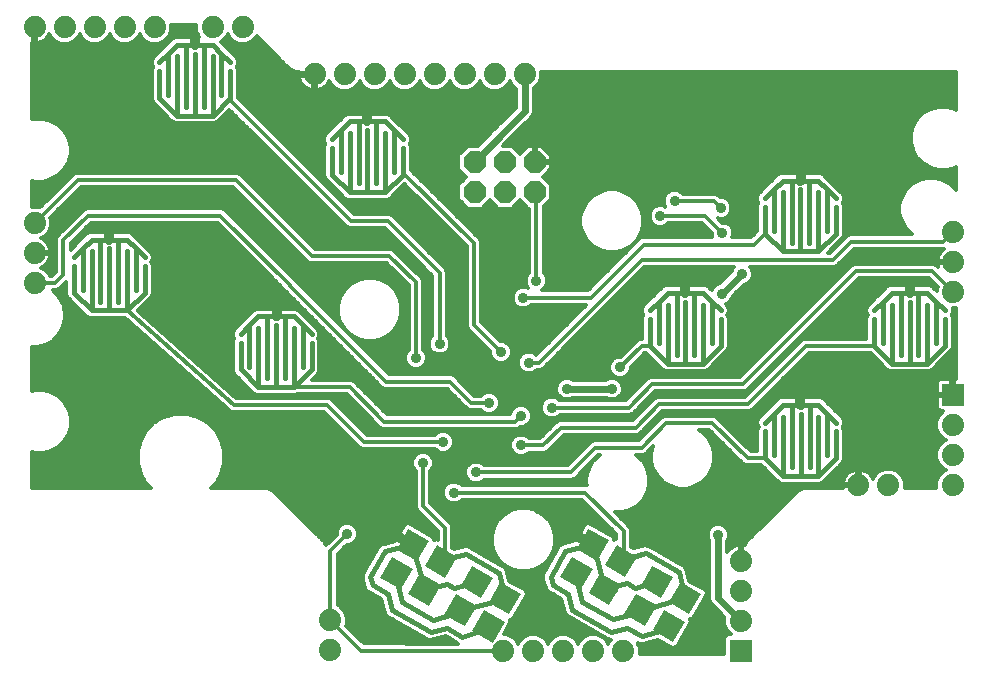
<source format=gbl>
G75*
%MOIN*%
%OFA0B0*%
%FSLAX25Y25*%
%IPPOS*%
%LPD*%
%AMOC8*
5,1,8,0,0,1.08239X$1,22.5*
%
%ADD10C,0.07400*%
%ADD11R,0.07400X0.07400*%
%ADD12OC8,0.07400*%
%ADD13C,0.00500*%
%ADD14C,0.01600*%
%ADD15R,0.03200X0.01600*%
%ADD16R,0.07874X0.07874*%
%ADD17C,0.03569*%
%ADD18C,0.02400*%
%ADD19C,0.01200*%
%ADD20C,0.03200*%
D10*
X0141144Y0050865D03*
X0141144Y0060865D03*
X0198760Y0050689D03*
X0208760Y0050689D03*
X0218760Y0050689D03*
X0228760Y0050689D03*
X0238760Y0050689D03*
X0277988Y0060705D03*
X0277988Y0070705D03*
X0277988Y0080705D03*
X0317177Y0105853D03*
X0327177Y0105853D03*
X0348559Y0105975D03*
X0348559Y0115975D03*
X0348559Y0125975D03*
X0348747Y0170278D03*
X0348747Y0180278D03*
X0348747Y0190278D03*
X0205927Y0242802D03*
X0195927Y0242802D03*
X0185927Y0242802D03*
X0175927Y0242802D03*
X0165927Y0242802D03*
X0155927Y0242802D03*
X0145927Y0242802D03*
X0135927Y0242802D03*
X0111904Y0258495D03*
X0101904Y0258495D03*
X0082604Y0258447D03*
X0072604Y0258447D03*
X0062604Y0258447D03*
X0052604Y0258447D03*
X0042604Y0258447D03*
X0042584Y0193258D03*
X0042584Y0183258D03*
X0042584Y0173258D03*
D11*
X0277988Y0050705D03*
X0348559Y0135975D03*
D12*
X0209317Y0203577D03*
X0199317Y0203577D03*
X0199317Y0213577D03*
X0209317Y0213577D03*
X0189317Y0213577D03*
X0189317Y0203577D03*
D13*
X0165351Y0211374D02*
X0165351Y0218264D01*
X0107792Y0236965D02*
X0107792Y0243854D01*
X0079288Y0178894D02*
X0079288Y0172004D01*
X0134879Y0153303D02*
X0134879Y0146413D01*
X0271335Y0154287D02*
X0271335Y0161177D01*
X0309682Y0191689D02*
X0309682Y0198579D01*
X0346060Y0161177D02*
X0346060Y0154287D01*
X0309760Y0123776D02*
X0309760Y0116886D01*
D14*
X0309760Y0114917D02*
X0309760Y0123776D01*
X0309760Y0126728D02*
X0306808Y0129681D01*
X0306808Y0115902D01*
X0309760Y0114917D02*
X0303855Y0109012D01*
X0303855Y0128697D01*
X0306808Y0129681D02*
X0303855Y0132634D01*
X0300902Y0132634D01*
X0294997Y0132634D01*
X0294997Y0111965D01*
X0297949Y0109012D02*
X0292044Y0109012D01*
X0292044Y0128697D01*
X0289091Y0129681D02*
X0289091Y0115902D01*
X0286138Y0114917D02*
X0292044Y0109012D01*
X0297949Y0109012D02*
X0303855Y0109012D01*
X0300902Y0111965D02*
X0300902Y0132634D01*
X0297949Y0129681D02*
X0297949Y0109012D01*
X0286138Y0114917D02*
X0286138Y0123776D01*
X0286138Y0126728D02*
X0289091Y0129681D01*
X0292044Y0132634D01*
X0294997Y0132634D01*
X0271335Y0152319D02*
X0271335Y0161177D01*
X0271335Y0164130D02*
X0268383Y0167083D01*
X0268383Y0153303D01*
X0271335Y0152319D02*
X0265430Y0146413D01*
X0265430Y0166098D01*
X0268383Y0167083D02*
X0265430Y0170035D01*
X0262477Y0170035D01*
X0256572Y0170035D01*
X0256572Y0149366D01*
X0259524Y0146413D02*
X0253619Y0146413D01*
X0253619Y0166098D01*
X0250666Y0167083D02*
X0250666Y0153303D01*
X0247713Y0152319D02*
X0253619Y0146413D01*
X0259524Y0146413D02*
X0265430Y0146413D01*
X0262477Y0149366D02*
X0262477Y0170035D01*
X0259524Y0167083D02*
X0259524Y0146413D01*
X0247713Y0152319D02*
X0247713Y0161177D01*
X0247713Y0164130D02*
X0250666Y0167083D01*
X0253619Y0170035D01*
X0256572Y0170035D01*
X0286060Y0189720D02*
X0291965Y0183815D01*
X0291965Y0203500D01*
X0289012Y0204484D02*
X0291965Y0207437D01*
X0294918Y0207437D01*
X0294918Y0186768D01*
X0291965Y0183815D02*
X0297871Y0183815D01*
X0303776Y0183815D01*
X0303776Y0203500D01*
X0306729Y0204484D02*
X0303776Y0207437D01*
X0300823Y0207437D01*
X0294918Y0207437D01*
X0297871Y0204484D02*
X0297871Y0183815D01*
X0300823Y0186768D02*
X0300823Y0207437D01*
X0306729Y0204484D02*
X0309682Y0201531D01*
X0309682Y0198579D02*
X0309682Y0189720D01*
X0303776Y0183815D01*
X0306729Y0190705D02*
X0306729Y0204484D01*
X0289012Y0204484D02*
X0289012Y0190705D01*
X0286060Y0189720D02*
X0286060Y0198579D01*
X0286060Y0201531D02*
X0289012Y0204484D01*
X0325390Y0167083D02*
X0328343Y0170035D01*
X0331296Y0170035D01*
X0331296Y0149366D01*
X0328343Y0146413D02*
X0334249Y0146413D01*
X0340154Y0146413D01*
X0340154Y0166098D01*
X0343107Y0167083D02*
X0340154Y0170035D01*
X0337201Y0170035D01*
X0331296Y0170035D01*
X0334249Y0167083D02*
X0334249Y0146413D01*
X0337201Y0149366D02*
X0337201Y0170035D01*
X0343107Y0167083D02*
X0346060Y0164130D01*
X0346060Y0161177D02*
X0346060Y0152319D01*
X0340154Y0146413D01*
X0343107Y0153303D02*
X0343107Y0167083D01*
X0328343Y0166098D02*
X0328343Y0146413D01*
X0322438Y0152319D01*
X0322438Y0161177D01*
X0322438Y0164130D02*
X0325390Y0167083D01*
X0325390Y0153303D01*
X0257419Y0076793D02*
X0246338Y0083191D01*
X0240960Y0081750D01*
X0240006Y0073208D02*
X0237317Y0072488D01*
X0235907Y0071029D02*
X0232497Y0072997D01*
X0231711Y0074588D02*
X0229910Y0081311D01*
X0224861Y0085362D02*
X0219483Y0083921D01*
X0214562Y0075397D01*
X0215283Y0072708D01*
X0220397Y0069755D01*
X0221838Y0064377D01*
X0234624Y0056995D01*
X0240002Y0058436D01*
X0245116Y0055483D01*
X0252085Y0057711D01*
X0248579Y0065418D02*
X0255301Y0067219D01*
X0258860Y0071415D02*
X0257419Y0076793D01*
X0245925Y0072632D02*
X0242564Y0071732D01*
X0240006Y0073208D01*
X0242036Y0062944D02*
X0235314Y0061143D01*
X0225085Y0067048D01*
X0223644Y0072426D01*
X0198825Y0071277D02*
X0197384Y0076655D01*
X0186303Y0083053D01*
X0180925Y0081612D01*
X0169875Y0081173D02*
X0171676Y0074450D01*
X0172463Y0072859D02*
X0175872Y0070891D01*
X0177283Y0072350D02*
X0179972Y0073070D01*
X0182529Y0071594D01*
X0185890Y0072494D01*
X0188544Y0065280D02*
X0195266Y0067081D01*
X0192050Y0057573D02*
X0185081Y0055345D01*
X0179967Y0058298D01*
X0174589Y0056857D01*
X0161803Y0064239D01*
X0160362Y0069617D01*
X0155248Y0072570D01*
X0154527Y0075259D01*
X0159448Y0083783D01*
X0164826Y0085224D01*
X0163609Y0072288D02*
X0165050Y0066910D01*
X0175279Y0061005D01*
X0182001Y0062806D01*
X0128973Y0138539D02*
X0123068Y0138539D01*
X0117162Y0138539D01*
X0117162Y0158224D01*
X0114209Y0159209D02*
X0117162Y0162161D01*
X0120115Y0162161D01*
X0120115Y0141492D01*
X0123068Y0138539D02*
X0123068Y0159209D01*
X0126020Y0162161D02*
X0120115Y0162161D01*
X0114209Y0159209D02*
X0114209Y0145429D01*
X0111257Y0144445D02*
X0117162Y0138539D01*
X0111257Y0144445D02*
X0111257Y0153303D01*
X0111257Y0156256D02*
X0114209Y0159209D01*
X0126020Y0162161D02*
X0128973Y0162161D01*
X0131926Y0159209D01*
X0131926Y0145429D01*
X0134879Y0144445D02*
X0134879Y0153303D01*
X0134879Y0156256D02*
X0131926Y0159209D01*
X0128973Y0158224D02*
X0128973Y0138539D01*
X0134879Y0144445D01*
X0126020Y0141492D02*
X0126020Y0162161D01*
X0079288Y0170035D02*
X0079288Y0178894D01*
X0079288Y0181846D02*
X0076335Y0184799D01*
X0076335Y0171020D01*
X0079288Y0170035D02*
X0073383Y0164130D01*
X0073383Y0183815D01*
X0076335Y0184799D02*
X0073383Y0187752D01*
X0070430Y0187752D01*
X0064524Y0187752D01*
X0064524Y0167083D01*
X0061572Y0164130D02*
X0061572Y0183815D01*
X0058619Y0184799D02*
X0061572Y0187752D01*
X0064524Y0187752D01*
X0067477Y0184799D02*
X0067477Y0164130D01*
X0061572Y0164130D01*
X0055666Y0170035D01*
X0055666Y0178894D01*
X0055666Y0181846D02*
X0058619Y0184799D01*
X0058619Y0171020D01*
X0067477Y0164130D02*
X0073383Y0164130D01*
X0070430Y0167083D02*
X0070430Y0187752D01*
X0090075Y0229091D02*
X0090075Y0248776D01*
X0087123Y0249760D02*
X0090075Y0252713D01*
X0093028Y0252713D01*
X0093028Y0232043D01*
X0090075Y0229091D02*
X0095981Y0229091D01*
X0101886Y0229091D01*
X0101886Y0248776D01*
X0104839Y0249760D02*
X0104839Y0235980D01*
X0107792Y0234996D02*
X0107792Y0243854D01*
X0107792Y0246807D02*
X0104839Y0249760D01*
X0101886Y0252713D01*
X0098934Y0252713D01*
X0093028Y0252713D01*
X0095981Y0249760D02*
X0095981Y0229091D01*
X0098934Y0232043D02*
X0098934Y0252713D01*
X0087123Y0249760D02*
X0087123Y0235980D01*
X0084170Y0234996D02*
X0090075Y0229091D01*
X0084170Y0234996D02*
X0084170Y0243854D01*
X0084170Y0246807D02*
X0087123Y0249760D01*
X0101886Y0229091D02*
X0107792Y0234996D01*
X0141729Y0221217D02*
X0144682Y0224169D01*
X0144682Y0210390D01*
X0141729Y0209406D02*
X0147635Y0203500D01*
X0147635Y0223185D01*
X0144682Y0224169D02*
X0147635Y0227122D01*
X0150587Y0227122D01*
X0150587Y0206453D01*
X0147635Y0203500D02*
X0153540Y0203500D01*
X0159446Y0203500D01*
X0159446Y0223185D01*
X0162398Y0224169D02*
X0159446Y0227122D01*
X0156493Y0227122D01*
X0150587Y0227122D01*
X0153540Y0224169D02*
X0153540Y0203500D01*
X0156493Y0206453D02*
X0156493Y0227122D01*
X0162398Y0224169D02*
X0165351Y0221217D01*
X0165351Y0218264D02*
X0165351Y0209406D01*
X0159446Y0203500D01*
X0162398Y0210390D02*
X0162398Y0224169D01*
X0141729Y0218264D02*
X0141729Y0209406D01*
D15*
X0153540Y0203500D03*
X0153540Y0227122D03*
X0095981Y0229091D03*
X0095981Y0252713D03*
X0067477Y0187752D03*
X0067477Y0164130D03*
X0123068Y0162161D03*
X0123068Y0138539D03*
G36*
X0167629Y0087370D02*
X0170399Y0085771D01*
X0169599Y0084386D01*
X0166829Y0085985D01*
X0167629Y0087370D01*
G37*
G36*
X0198358Y0069585D02*
X0201128Y0067986D01*
X0200328Y0066601D01*
X0197558Y0068200D01*
X0198358Y0069585D01*
G37*
G36*
X0227664Y0087508D02*
X0230434Y0085909D01*
X0229634Y0084524D01*
X0226864Y0086123D01*
X0227664Y0087508D01*
G37*
G36*
X0258393Y0069723D02*
X0261163Y0068124D01*
X0260363Y0066739D01*
X0257593Y0068338D01*
X0258393Y0069723D01*
G37*
X0297949Y0109012D03*
X0297949Y0132634D03*
X0334249Y0146413D03*
X0334249Y0170035D03*
X0297871Y0183815D03*
X0297871Y0207437D03*
X0259524Y0170035D03*
X0259524Y0146413D03*
D16*
G36*
X0227208Y0091394D02*
X0234027Y0087457D01*
X0230090Y0080638D01*
X0223271Y0084575D01*
X0227208Y0091394D01*
G37*
G36*
X0236584Y0085981D02*
X0243403Y0082044D01*
X0239466Y0075225D01*
X0232647Y0079162D01*
X0236584Y0085981D01*
G37*
G36*
X0221794Y0082018D02*
X0228613Y0078081D01*
X0224676Y0071262D01*
X0217857Y0075199D01*
X0221794Y0082018D01*
G37*
G36*
X0231171Y0076605D02*
X0237990Y0072668D01*
X0234053Y0065849D01*
X0227234Y0069786D01*
X0231171Y0076605D01*
G37*
G36*
X0243104Y0069715D02*
X0249923Y0065778D01*
X0245986Y0058959D01*
X0239167Y0062896D01*
X0243104Y0069715D01*
G37*
G36*
X0248517Y0079091D02*
X0255336Y0075154D01*
X0251399Y0068335D01*
X0244580Y0072272D01*
X0248517Y0079091D01*
G37*
G36*
X0257894Y0073678D02*
X0264713Y0069741D01*
X0260776Y0062922D01*
X0253957Y0066859D01*
X0257894Y0073678D01*
G37*
G36*
X0252480Y0064302D02*
X0259299Y0060365D01*
X0255362Y0053546D01*
X0248543Y0057483D01*
X0252480Y0064302D01*
G37*
G36*
X0197859Y0073540D02*
X0204678Y0069603D01*
X0200741Y0062784D01*
X0193922Y0066721D01*
X0197859Y0073540D01*
G37*
G36*
X0188483Y0078953D02*
X0195302Y0075016D01*
X0191365Y0068197D01*
X0184546Y0072134D01*
X0188483Y0078953D01*
G37*
G36*
X0176549Y0085843D02*
X0183368Y0081906D01*
X0179431Y0075087D01*
X0172612Y0079024D01*
X0176549Y0085843D01*
G37*
G36*
X0167173Y0091256D02*
X0173992Y0087319D01*
X0170055Y0080500D01*
X0163236Y0084437D01*
X0167173Y0091256D01*
G37*
G36*
X0161760Y0081880D02*
X0168579Y0077943D01*
X0164642Y0071124D01*
X0157823Y0075061D01*
X0161760Y0081880D01*
G37*
G36*
X0171136Y0076467D02*
X0177955Y0072530D01*
X0174018Y0065711D01*
X0167199Y0069648D01*
X0171136Y0076467D01*
G37*
G36*
X0183069Y0069577D02*
X0189888Y0065640D01*
X0185951Y0058821D01*
X0179132Y0062758D01*
X0183069Y0069577D01*
G37*
G36*
X0192445Y0064164D02*
X0199264Y0060227D01*
X0195327Y0053408D01*
X0188508Y0057345D01*
X0192445Y0064164D01*
G37*
D17*
X0146811Y0089576D03*
X0172044Y0113264D03*
X0178755Y0120350D03*
X0189760Y0110114D03*
X0182280Y0103421D03*
X0204721Y0119169D03*
X0204721Y0129012D03*
X0194091Y0133343D03*
X0207325Y0146763D03*
X0198028Y0150272D03*
X0177556Y0153028D03*
X0169682Y0148303D03*
X0205509Y0168382D03*
X0209839Y0173894D03*
X0237792Y0145154D03*
X0235036Y0138067D03*
X0220075Y0138067D03*
X0214957Y0131768D03*
X0271650Y0169563D03*
X0278343Y0176256D03*
X0271847Y0189839D03*
X0271257Y0198303D03*
X0255902Y0200665D03*
X0251178Y0195547D03*
X0270469Y0089248D03*
D18*
X0270469Y0068224D01*
X0277988Y0060705D01*
X0235036Y0138067D02*
X0220075Y0138067D01*
X0271650Y0169563D02*
X0278343Y0176256D01*
X0205927Y0230483D02*
X0205927Y0242802D01*
X0205927Y0230483D02*
X0198068Y0222624D01*
X0189317Y0213577D01*
X0067477Y0191689D02*
X0067320Y0191846D01*
D19*
X0127716Y0098299D02*
X0169705Y0098299D01*
X0169644Y0098446D02*
X0170009Y0097564D01*
X0170684Y0096889D01*
X0170684Y0096889D01*
X0176883Y0090691D01*
X0176883Y0087729D01*
X0176803Y0087775D01*
X0175805Y0087507D01*
X0175538Y0088505D01*
X0167427Y0093188D01*
X0165987Y0092802D01*
X0162862Y0087389D01*
X0159275Y0086428D01*
X0158276Y0086160D01*
X0157455Y0085531D01*
X0152534Y0077007D01*
X0152017Y0076111D01*
X0151882Y0075085D01*
X0151919Y0074946D01*
X0152150Y0074086D01*
X0152858Y0071444D01*
X0152870Y0071397D01*
X0153500Y0070577D01*
X0158129Y0067904D01*
X0159425Y0063067D01*
X0160055Y0062246D01*
X0160356Y0062072D01*
X0172841Y0054864D01*
X0173636Y0054405D01*
X0173737Y0054347D01*
X0174762Y0054212D01*
X0175761Y0054480D01*
X0179600Y0055508D01*
X0183389Y0053320D01*
X0183430Y0053271D01*
X0183784Y0053089D01*
X0166419Y0053089D01*
X0166321Y0053130D01*
X0152274Y0053130D01*
X0146348Y0059056D01*
X0146644Y0059771D01*
X0146644Y0061959D01*
X0145807Y0063981D01*
X0144260Y0065528D01*
X0143544Y0065824D01*
X0143544Y0082914D01*
X0146621Y0085991D01*
X0147524Y0085991D01*
X0148842Y0086537D01*
X0149850Y0087545D01*
X0150396Y0088863D01*
X0150396Y0090289D01*
X0149850Y0091606D01*
X0148842Y0092614D01*
X0147524Y0093160D01*
X0146098Y0093160D01*
X0144781Y0092614D01*
X0143773Y0091606D01*
X0143227Y0090289D01*
X0143227Y0089385D01*
X0139635Y0085793D01*
X0139220Y0086795D01*
X0123472Y0102543D01*
X0121953Y0104062D01*
X0119968Y0104884D01*
X0101412Y0104884D01*
X0102892Y0106364D01*
X0104794Y0109658D01*
X0105778Y0113331D01*
X0105778Y0117134D01*
X0104794Y0120807D01*
X0102892Y0124100D01*
X0100203Y0126789D01*
X0096910Y0128691D01*
X0093237Y0129675D01*
X0089434Y0129675D01*
X0085761Y0128691D01*
X0082467Y0126789D01*
X0079778Y0124100D01*
X0077877Y0120807D01*
X0076893Y0117134D01*
X0076893Y0113331D01*
X0077877Y0109658D01*
X0079778Y0106364D01*
X0081259Y0104884D01*
X0041617Y0104884D01*
X0041617Y0116830D01*
X0042708Y0116538D01*
X0045474Y0116538D01*
X0048146Y0117254D01*
X0050542Y0118637D01*
X0052498Y0120593D01*
X0053881Y0122988D01*
X0054597Y0125660D01*
X0054597Y0128426D01*
X0053881Y0131098D01*
X0052498Y0133494D01*
X0050542Y0135450D01*
X0048146Y0136833D01*
X0045474Y0137549D01*
X0042708Y0137549D01*
X0041617Y0137256D01*
X0041617Y0151971D01*
X0043506Y0151971D01*
X0046178Y0152687D01*
X0048573Y0154070D01*
X0050529Y0156026D01*
X0051912Y0158421D01*
X0052628Y0161093D01*
X0052628Y0163859D01*
X0051912Y0166531D01*
X0050529Y0168927D01*
X0048598Y0170858D01*
X0049824Y0170858D01*
X0050706Y0171224D01*
X0053066Y0173583D01*
X0053066Y0169518D01*
X0053462Y0168563D01*
X0054193Y0167831D01*
X0059367Y0162657D01*
X0060099Y0161926D01*
X0061054Y0161530D01*
X0072695Y0161530D01*
X0107247Y0130808D01*
X0107535Y0130520D01*
X0107602Y0130493D01*
X0107656Y0130444D01*
X0108041Y0130311D01*
X0108417Y0130155D01*
X0108490Y0130155D01*
X0108558Y0130131D01*
X0108965Y0130155D01*
X0139160Y0130155D01*
X0150324Y0118991D01*
X0150999Y0118316D01*
X0151882Y0117950D01*
X0176086Y0117950D01*
X0176725Y0117312D01*
X0178042Y0116766D01*
X0179468Y0116766D01*
X0180786Y0117312D01*
X0181794Y0118320D01*
X0182340Y0119637D01*
X0182340Y0121063D01*
X0181794Y0122381D01*
X0180786Y0123389D01*
X0179468Y0123935D01*
X0178042Y0123935D01*
X0176725Y0123389D01*
X0176086Y0122750D01*
X0153353Y0122750D01*
X0141514Y0134590D01*
X0140632Y0134955D01*
X0109807Y0134955D01*
X0077029Y0164099D01*
X0080761Y0167831D01*
X0081492Y0168563D01*
X0081888Y0169518D01*
X0081888Y0179411D01*
X0081492Y0180366D01*
X0081489Y0180370D01*
X0081492Y0180374D01*
X0081888Y0181329D01*
X0081888Y0182364D01*
X0081492Y0183319D01*
X0077808Y0187003D01*
X0074855Y0189956D01*
X0073900Y0190352D01*
X0061054Y0190352D01*
X0060099Y0189956D01*
X0059367Y0189225D01*
X0057146Y0187003D01*
X0056415Y0186272D01*
X0054565Y0184422D01*
X0054565Y0186506D01*
X0061389Y0193330D01*
X0103545Y0193330D01*
X0126196Y0170678D01*
X0126196Y0170678D01*
X0126511Y0170363D01*
X0158480Y0138395D01*
X0159362Y0138029D01*
X0180105Y0138029D01*
X0186826Y0131308D01*
X0187708Y0130943D01*
X0191422Y0130943D01*
X0192061Y0130304D01*
X0193378Y0129758D01*
X0194804Y0129758D01*
X0196122Y0130304D01*
X0197130Y0131312D01*
X0197675Y0132630D01*
X0197675Y0134055D01*
X0197130Y0135373D01*
X0196122Y0136381D01*
X0194804Y0136927D01*
X0193378Y0136927D01*
X0192061Y0136381D01*
X0191422Y0135743D01*
X0189180Y0135743D01*
X0183134Y0141789D01*
X0182459Y0142464D01*
X0181576Y0142829D01*
X0160833Y0142829D01*
X0129906Y0173757D01*
X0129590Y0174072D01*
X0105898Y0197764D01*
X0105016Y0198130D01*
X0059917Y0198130D01*
X0059035Y0197764D01*
X0058360Y0197089D01*
X0050130Y0188859D01*
X0049765Y0187977D01*
X0049765Y0177070D01*
X0048353Y0175658D01*
X0047543Y0175658D01*
X0047247Y0176374D01*
X0045700Y0177921D01*
X0044643Y0178359D01*
X0045362Y0178725D01*
X0046037Y0179216D01*
X0046627Y0179806D01*
X0047117Y0180480D01*
X0047496Y0181224D01*
X0047754Y0182017D01*
X0047884Y0182841D01*
X0047884Y0182858D01*
X0042984Y0182858D01*
X0042984Y0183658D01*
X0047884Y0183658D01*
X0047884Y0183675D01*
X0047754Y0184499D01*
X0047496Y0185293D01*
X0047117Y0186036D01*
X0046627Y0186711D01*
X0046037Y0187301D01*
X0045362Y0187791D01*
X0044643Y0188158D01*
X0045700Y0188596D01*
X0047247Y0190143D01*
X0048084Y0192164D01*
X0048084Y0194352D01*
X0047788Y0195068D01*
X0057940Y0205220D01*
X0108657Y0205220D01*
X0132885Y0180992D01*
X0133561Y0180317D01*
X0134443Y0179951D01*
X0159836Y0179951D01*
X0167282Y0172506D01*
X0167282Y0150972D01*
X0166643Y0150333D01*
X0166098Y0149016D01*
X0166098Y0147590D01*
X0166643Y0146273D01*
X0167651Y0145265D01*
X0168969Y0144719D01*
X0170395Y0144719D01*
X0171712Y0145265D01*
X0172720Y0146273D01*
X0173266Y0147590D01*
X0173266Y0149016D01*
X0172720Y0150333D01*
X0172082Y0150972D01*
X0172082Y0173977D01*
X0171716Y0174859D01*
X0162865Y0183711D01*
X0162190Y0184386D01*
X0161308Y0184751D01*
X0135914Y0184751D01*
X0111011Y0209655D01*
X0110129Y0210020D01*
X0056469Y0210020D01*
X0055586Y0209655D01*
X0054911Y0208980D01*
X0044394Y0198462D01*
X0043678Y0198758D01*
X0041617Y0198758D01*
X0041617Y0207381D01*
X0042708Y0207089D01*
X0045474Y0207089D01*
X0048146Y0207805D01*
X0050542Y0209188D01*
X0052498Y0211144D01*
X0053881Y0213540D01*
X0054597Y0216211D01*
X0054597Y0218978D01*
X0053881Y0221649D01*
X0052498Y0224045D01*
X0050542Y0226001D01*
X0048146Y0227384D01*
X0045474Y0228100D01*
X0042708Y0228100D01*
X0041617Y0227808D01*
X0041617Y0253237D01*
X0042187Y0253147D01*
X0042204Y0253147D01*
X0042204Y0258047D01*
X0043004Y0258047D01*
X0043004Y0253147D01*
X0043021Y0253147D01*
X0043845Y0253277D01*
X0044639Y0253535D01*
X0045382Y0253914D01*
X0046057Y0254404D01*
X0046647Y0254994D01*
X0047137Y0255669D01*
X0047504Y0256388D01*
X0047942Y0255331D01*
X0049489Y0253784D01*
X0051510Y0252947D01*
X0053698Y0252947D01*
X0055720Y0253784D01*
X0057267Y0255331D01*
X0057604Y0256146D01*
X0057942Y0255331D01*
X0059489Y0253784D01*
X0061510Y0252947D01*
X0063698Y0252947D01*
X0065720Y0253784D01*
X0067267Y0255331D01*
X0067604Y0256146D01*
X0067942Y0255331D01*
X0069489Y0253784D01*
X0071510Y0252947D01*
X0073698Y0252947D01*
X0075720Y0253784D01*
X0077267Y0255331D01*
X0077604Y0256146D01*
X0077942Y0255331D01*
X0079489Y0253784D01*
X0081510Y0252947D01*
X0083698Y0252947D01*
X0085720Y0253784D01*
X0087267Y0255331D01*
X0088104Y0257353D01*
X0088104Y0259439D01*
X0096404Y0259439D01*
X0096404Y0257401D01*
X0097241Y0255380D01*
X0097309Y0255313D01*
X0089558Y0255313D01*
X0088603Y0254917D01*
X0085650Y0251964D01*
X0084919Y0251233D01*
X0081966Y0248280D01*
X0081570Y0247324D01*
X0081570Y0246290D01*
X0081966Y0245334D01*
X0081969Y0245331D01*
X0081966Y0245327D01*
X0081570Y0244372D01*
X0081570Y0234479D01*
X0081966Y0233523D01*
X0082697Y0232792D01*
X0087871Y0227618D01*
X0088603Y0226886D01*
X0089558Y0226491D01*
X0102404Y0226491D01*
X0103359Y0226886D01*
X0104091Y0227618D01*
X0107540Y0231067D01*
X0146669Y0191938D01*
X0147551Y0191572D01*
X0159239Y0191572D01*
X0175156Y0175655D01*
X0175156Y0155696D01*
X0174517Y0155058D01*
X0173972Y0153741D01*
X0173972Y0152315D01*
X0174517Y0150997D01*
X0175525Y0149989D01*
X0176843Y0149443D01*
X0178269Y0149443D01*
X0179586Y0149989D01*
X0180594Y0150997D01*
X0181140Y0152315D01*
X0181140Y0153741D01*
X0180594Y0155058D01*
X0179956Y0155696D01*
X0179956Y0177127D01*
X0179590Y0178009D01*
X0162268Y0195332D01*
X0161592Y0196007D01*
X0160710Y0196372D01*
X0149022Y0196372D01*
X0110392Y0235003D01*
X0110392Y0244372D01*
X0109996Y0245327D01*
X0109993Y0245331D01*
X0109996Y0245334D01*
X0110392Y0246290D01*
X0110392Y0247324D01*
X0109996Y0248280D01*
X0107043Y0251233D01*
X0106312Y0251964D01*
X0104612Y0253664D01*
X0105019Y0253833D01*
X0106567Y0255380D01*
X0106904Y0256194D01*
X0107241Y0255380D01*
X0108788Y0253833D01*
X0110810Y0252995D01*
X0112998Y0252995D01*
X0115019Y0253833D01*
X0116567Y0255380D01*
X0116629Y0255530D01*
X0126127Y0246032D01*
X0126127Y0246032D01*
X0127647Y0244513D01*
X0129631Y0243691D01*
X0130701Y0243691D01*
X0130627Y0243220D01*
X0130627Y0243202D01*
X0135527Y0243202D01*
X0135527Y0242402D01*
X0136327Y0242402D01*
X0136327Y0237502D01*
X0136344Y0237502D01*
X0137168Y0237633D01*
X0137961Y0237891D01*
X0138705Y0238269D01*
X0139380Y0238760D01*
X0139969Y0239350D01*
X0140460Y0240025D01*
X0140826Y0240744D01*
X0141264Y0239687D01*
X0142811Y0238140D01*
X0144833Y0237302D01*
X0147021Y0237302D01*
X0149042Y0238140D01*
X0150590Y0239687D01*
X0150927Y0240501D01*
X0151264Y0239687D01*
X0152811Y0238140D01*
X0154833Y0237302D01*
X0157021Y0237302D01*
X0159042Y0238140D01*
X0160590Y0239687D01*
X0160927Y0240501D01*
X0161264Y0239687D01*
X0162811Y0238140D01*
X0164833Y0237302D01*
X0167021Y0237302D01*
X0169042Y0238140D01*
X0170590Y0239687D01*
X0170927Y0240501D01*
X0171264Y0239687D01*
X0172811Y0238140D01*
X0174833Y0237302D01*
X0177021Y0237302D01*
X0179042Y0238140D01*
X0180590Y0239687D01*
X0180927Y0240501D01*
X0181264Y0239687D01*
X0182811Y0238140D01*
X0184833Y0237302D01*
X0187021Y0237302D01*
X0189042Y0238140D01*
X0190590Y0239687D01*
X0190927Y0240501D01*
X0191264Y0239687D01*
X0192811Y0238140D01*
X0194833Y0237302D01*
X0197021Y0237302D01*
X0199042Y0238140D01*
X0200590Y0239687D01*
X0200927Y0240501D01*
X0201264Y0239687D01*
X0202811Y0238140D01*
X0202927Y0238092D01*
X0202927Y0231726D01*
X0196350Y0225149D01*
X0196326Y0225138D01*
X0195929Y0224728D01*
X0195524Y0224323D01*
X0195514Y0224299D01*
X0190463Y0219077D01*
X0187039Y0219077D01*
X0183817Y0215855D01*
X0183817Y0211299D01*
X0186539Y0208577D01*
X0183817Y0205855D01*
X0183817Y0201299D01*
X0187039Y0198077D01*
X0191595Y0198077D01*
X0194317Y0200799D01*
X0197039Y0198077D01*
X0201595Y0198077D01*
X0204317Y0200799D01*
X0207039Y0198077D01*
X0207439Y0198077D01*
X0207439Y0176563D01*
X0206801Y0175924D01*
X0206255Y0174607D01*
X0206255Y0173181D01*
X0206801Y0171863D01*
X0207035Y0171629D01*
X0206221Y0171966D01*
X0204796Y0171966D01*
X0203478Y0171420D01*
X0202470Y0170412D01*
X0201924Y0169095D01*
X0201924Y0167669D01*
X0202470Y0166352D01*
X0203478Y0165343D01*
X0204796Y0164798D01*
X0206221Y0164798D01*
X0207539Y0165343D01*
X0208177Y0165982D01*
X0226486Y0165982D01*
X0209830Y0149326D01*
X0209355Y0149802D01*
X0208038Y0150347D01*
X0206612Y0150347D01*
X0205294Y0149802D01*
X0204286Y0148794D01*
X0203740Y0147476D01*
X0203740Y0146050D01*
X0204286Y0144733D01*
X0205294Y0143725D01*
X0206612Y0143179D01*
X0208038Y0143179D01*
X0209355Y0143725D01*
X0209994Y0144363D01*
X0211139Y0144363D01*
X0212021Y0144729D01*
X0212696Y0145404D01*
X0245873Y0178580D01*
X0275599Y0178580D01*
X0275305Y0178286D01*
X0274759Y0176969D01*
X0274759Y0176914D01*
X0270992Y0173147D01*
X0270937Y0173147D01*
X0269620Y0172602D01*
X0268612Y0171593D01*
X0268300Y0170842D01*
X0266903Y0172240D01*
X0265947Y0172635D01*
X0253102Y0172635D01*
X0252146Y0172240D01*
X0249193Y0169287D01*
X0248462Y0168555D01*
X0245509Y0165603D01*
X0245113Y0164647D01*
X0245113Y0163613D01*
X0245509Y0162657D01*
X0245513Y0162654D01*
X0245509Y0162650D01*
X0245113Y0161694D01*
X0245113Y0154719D01*
X0244480Y0154719D01*
X0243598Y0154354D01*
X0242923Y0153678D01*
X0237982Y0148738D01*
X0237079Y0148738D01*
X0235762Y0148192D01*
X0234753Y0147184D01*
X0234208Y0145866D01*
X0234208Y0144441D01*
X0234753Y0143123D01*
X0235762Y0142115D01*
X0237079Y0141569D01*
X0238505Y0141569D01*
X0239822Y0142115D01*
X0240831Y0143123D01*
X0241376Y0144441D01*
X0241376Y0145344D01*
X0245951Y0149919D01*
X0246436Y0149919D01*
X0251415Y0144941D01*
X0252146Y0144209D01*
X0253102Y0143813D01*
X0265947Y0143813D01*
X0266903Y0144209D01*
X0267634Y0144941D01*
X0272808Y0150115D01*
X0273539Y0150846D01*
X0273935Y0151802D01*
X0273935Y0161694D01*
X0273539Y0162650D01*
X0273536Y0162654D01*
X0273539Y0162657D01*
X0273935Y0163613D01*
X0273935Y0164647D01*
X0273539Y0165603D01*
X0272929Y0166213D01*
X0273681Y0166524D01*
X0274689Y0167533D01*
X0275234Y0168850D01*
X0275234Y0168905D01*
X0279002Y0172672D01*
X0279056Y0172672D01*
X0280373Y0173217D01*
X0281382Y0174226D01*
X0281927Y0175543D01*
X0281927Y0176969D01*
X0281382Y0178286D01*
X0281088Y0178580D01*
X0309136Y0178580D01*
X0310018Y0178946D01*
X0315720Y0184648D01*
X0345745Y0184648D01*
X0345294Y0184321D01*
X0344704Y0183731D01*
X0344214Y0183056D01*
X0343835Y0182312D01*
X0343577Y0181519D01*
X0343447Y0180695D01*
X0343447Y0180678D01*
X0348347Y0180678D01*
X0348347Y0179878D01*
X0343447Y0179878D01*
X0343447Y0179861D01*
X0343577Y0179037D01*
X0343671Y0178747D01*
X0343050Y0179369D01*
X0342168Y0179734D01*
X0315952Y0179734D01*
X0315070Y0179369D01*
X0277743Y0142042D01*
X0247945Y0142042D01*
X0247062Y0141676D01*
X0239554Y0134168D01*
X0217626Y0134168D01*
X0216988Y0134806D01*
X0215670Y0135352D01*
X0214244Y0135352D01*
X0212927Y0134806D01*
X0211919Y0133798D01*
X0211373Y0132481D01*
X0211373Y0131055D01*
X0211919Y0129737D01*
X0212927Y0128729D01*
X0214244Y0128183D01*
X0215670Y0128183D01*
X0216988Y0128729D01*
X0217626Y0129368D01*
X0241025Y0129368D01*
X0241907Y0129733D01*
X0242583Y0130408D01*
X0249416Y0137242D01*
X0279214Y0137242D01*
X0280096Y0137607D01*
X0317423Y0174934D01*
X0340697Y0174934D01*
X0343543Y0172087D01*
X0343247Y0171372D01*
X0343247Y0170620D01*
X0341627Y0172240D01*
X0340671Y0172635D01*
X0327826Y0172635D01*
X0326870Y0172240D01*
X0323918Y0169287D01*
X0323186Y0168555D01*
X0320233Y0165603D01*
X0319838Y0164647D01*
X0319838Y0163613D01*
X0320233Y0162657D01*
X0320237Y0162654D01*
X0320233Y0162650D01*
X0319838Y0161694D01*
X0319838Y0154640D01*
X0299126Y0154640D01*
X0298244Y0154275D01*
X0297568Y0153600D01*
X0279318Y0135349D01*
X0250307Y0135349D01*
X0249425Y0134983D01*
X0248749Y0134308D01*
X0241916Y0127475D01*
X0217630Y0127475D01*
X0216747Y0127109D01*
X0211207Y0121569D01*
X0207390Y0121569D01*
X0206751Y0122208D01*
X0205434Y0122754D01*
X0204008Y0122754D01*
X0202691Y0122208D01*
X0201683Y0121200D01*
X0201137Y0119882D01*
X0201137Y0118456D01*
X0201683Y0117139D01*
X0202691Y0116131D01*
X0204008Y0115585D01*
X0205434Y0115585D01*
X0206751Y0116131D01*
X0207390Y0116769D01*
X0212679Y0116769D01*
X0213561Y0117135D01*
X0219101Y0122675D01*
X0243387Y0122675D01*
X0244270Y0123040D01*
X0251778Y0130549D01*
X0280789Y0130549D01*
X0281671Y0130914D01*
X0300597Y0149840D01*
X0321239Y0149840D01*
X0326139Y0144941D01*
X0326870Y0144209D01*
X0327826Y0143813D01*
X0340671Y0143813D01*
X0341627Y0144209D01*
X0342358Y0144941D01*
X0347532Y0150115D01*
X0348264Y0150846D01*
X0348660Y0151802D01*
X0348660Y0161694D01*
X0348264Y0162650D01*
X0348260Y0162654D01*
X0348264Y0162657D01*
X0348660Y0163613D01*
X0348660Y0164647D01*
X0348605Y0164778D01*
X0349715Y0164778D01*
X0349715Y0141275D01*
X0348959Y0141275D01*
X0348959Y0136375D01*
X0348159Y0136375D01*
X0348159Y0135575D01*
X0343259Y0135575D01*
X0343259Y0132064D01*
X0343368Y0131657D01*
X0343579Y0131293D01*
X0343877Y0130995D01*
X0344242Y0130784D01*
X0344649Y0130675D01*
X0345534Y0130675D01*
X0345444Y0130638D01*
X0343897Y0129090D01*
X0343059Y0127069D01*
X0343059Y0124881D01*
X0343897Y0122859D01*
X0345444Y0121312D01*
X0346258Y0120975D01*
X0345444Y0120638D01*
X0343897Y0119090D01*
X0343059Y0117069D01*
X0343059Y0114881D01*
X0343897Y0112859D01*
X0345444Y0111312D01*
X0346258Y0110975D01*
X0345444Y0110638D01*
X0343897Y0109090D01*
X0343059Y0107069D01*
X0343059Y0104884D01*
X0332677Y0104884D01*
X0332677Y0106947D01*
X0331840Y0108968D01*
X0330293Y0110515D01*
X0328271Y0111353D01*
X0326083Y0111353D01*
X0324062Y0110515D01*
X0322514Y0108968D01*
X0322077Y0107911D01*
X0321710Y0108631D01*
X0321220Y0109306D01*
X0320630Y0109895D01*
X0319955Y0110386D01*
X0319212Y0110764D01*
X0318418Y0111022D01*
X0317594Y0111153D01*
X0317577Y0111153D01*
X0317577Y0106253D01*
X0316777Y0106253D01*
X0316777Y0111153D01*
X0316760Y0111153D01*
X0315936Y0111022D01*
X0315143Y0110764D01*
X0314399Y0110386D01*
X0313724Y0109895D01*
X0313135Y0109306D01*
X0312644Y0108631D01*
X0312265Y0107887D01*
X0306407Y0107887D01*
X0305328Y0106808D02*
X0311233Y0112713D01*
X0311965Y0113445D01*
X0312360Y0114400D01*
X0312360Y0124293D01*
X0311965Y0125248D01*
X0311961Y0125252D01*
X0311965Y0125256D01*
X0312360Y0126211D01*
X0312360Y0127246D01*
X0311965Y0128201D01*
X0309012Y0131154D01*
X0308281Y0131885D01*
X0305328Y0134838D01*
X0304372Y0135234D01*
X0291527Y0135234D01*
X0290571Y0134838D01*
X0287618Y0131885D01*
X0286887Y0131154D01*
X0283934Y0128201D01*
X0283538Y0127246D01*
X0283538Y0126211D01*
X0283934Y0125256D01*
X0283938Y0125252D01*
X0283934Y0125248D01*
X0283538Y0124293D01*
X0283538Y0117317D01*
X0281227Y0117317D01*
X0269860Y0128684D01*
X0268978Y0129050D01*
X0252669Y0129050D01*
X0251787Y0128684D01*
X0251112Y0128009D01*
X0243884Y0120782D01*
X0229047Y0120782D01*
X0228165Y0120416D01*
X0220262Y0112514D01*
X0192429Y0112514D01*
X0191791Y0113153D01*
X0190473Y0113698D01*
X0189048Y0113698D01*
X0187730Y0113153D01*
X0186722Y0112144D01*
X0186176Y0110827D01*
X0186176Y0109401D01*
X0186722Y0108084D01*
X0187730Y0107076D01*
X0189048Y0106530D01*
X0190473Y0106530D01*
X0191791Y0107076D01*
X0192429Y0107714D01*
X0221734Y0107714D01*
X0222616Y0108080D01*
X0230518Y0115982D01*
X0230930Y0115982D01*
X0230554Y0115765D01*
X0228598Y0113809D01*
X0227215Y0111413D01*
X0226499Y0108741D01*
X0226499Y0105975D01*
X0226551Y0105783D01*
X0226458Y0105821D01*
X0184949Y0105821D01*
X0184310Y0106460D01*
X0182993Y0107005D01*
X0181567Y0107005D01*
X0180250Y0106460D01*
X0179242Y0105452D01*
X0178696Y0104134D01*
X0178696Y0102708D01*
X0179242Y0101391D01*
X0180250Y0100383D01*
X0181567Y0099837D01*
X0182993Y0099837D01*
X0184310Y0100383D01*
X0184949Y0101021D01*
X0224987Y0101021D01*
X0236500Y0089509D01*
X0236500Y0087822D01*
X0235840Y0087645D01*
X0235573Y0088643D01*
X0227462Y0093326D01*
X0226022Y0092940D01*
X0222896Y0087527D01*
X0219310Y0086566D01*
X0219310Y0086566D01*
X0218311Y0086298D01*
X0217490Y0085669D01*
X0212569Y0077145D01*
X0212569Y0077145D01*
X0212052Y0076249D01*
X0211917Y0075223D01*
X0211954Y0075084D01*
X0212184Y0074224D01*
X0212184Y0074224D01*
X0212893Y0071582D01*
X0212905Y0071535D01*
X0213535Y0070715D01*
X0218164Y0068042D01*
X0219460Y0063205D01*
X0220090Y0062384D01*
X0220391Y0062210D01*
X0232876Y0055002D01*
X0233671Y0054543D01*
X0233772Y0054485D01*
X0234661Y0054368D01*
X0234098Y0053805D01*
X0233760Y0052990D01*
X0233423Y0053805D01*
X0231876Y0055352D01*
X0229854Y0056189D01*
X0227666Y0056189D01*
X0225645Y0055352D01*
X0224098Y0053805D01*
X0223760Y0052990D01*
X0223423Y0053805D01*
X0221876Y0055352D01*
X0219854Y0056189D01*
X0217666Y0056189D01*
X0215645Y0055352D01*
X0214098Y0053805D01*
X0213760Y0052990D01*
X0213423Y0053805D01*
X0211876Y0055352D01*
X0209854Y0056189D01*
X0207666Y0056189D01*
X0205645Y0055352D01*
X0204098Y0053805D01*
X0203760Y0052990D01*
X0203423Y0053805D01*
X0201876Y0055352D01*
X0199854Y0056189D01*
X0199012Y0056189D01*
X0201196Y0059972D01*
X0200929Y0060971D01*
X0201927Y0061238D01*
X0206610Y0069349D01*
X0206224Y0070789D01*
X0200810Y0073914D01*
X0199773Y0077787D01*
X0199762Y0077828D01*
X0199132Y0078648D01*
X0188051Y0085046D01*
X0187155Y0085563D01*
X0186130Y0085698D01*
X0186090Y0085687D01*
X0185131Y0085430D01*
X0182217Y0084649D01*
X0181683Y0084958D01*
X0181683Y0092162D01*
X0181317Y0093044D01*
X0180642Y0093719D01*
X0174444Y0099918D01*
X0174444Y0110595D01*
X0175083Y0111233D01*
X0175628Y0112551D01*
X0175628Y0113977D01*
X0175083Y0115294D01*
X0174074Y0116302D01*
X0172757Y0116848D01*
X0171331Y0116848D01*
X0170014Y0116302D01*
X0169005Y0115294D01*
X0168460Y0113977D01*
X0168460Y0112551D01*
X0169005Y0111233D01*
X0169644Y0110595D01*
X0169644Y0098446D01*
X0169644Y0099498D02*
X0126518Y0099498D01*
X0125319Y0100696D02*
X0169644Y0100696D01*
X0169644Y0101895D02*
X0124121Y0101895D01*
X0122922Y0103093D02*
X0169644Y0103093D01*
X0169644Y0104292D02*
X0121399Y0104292D01*
X0128915Y0097101D02*
X0170473Y0097101D01*
X0171671Y0095902D02*
X0130113Y0095902D01*
X0131312Y0094704D02*
X0172870Y0094704D01*
X0174068Y0093505D02*
X0132510Y0093505D01*
X0133709Y0092307D02*
X0144474Y0092307D01*
X0143567Y0091108D02*
X0134907Y0091108D01*
X0136106Y0089910D02*
X0143227Y0089910D01*
X0142553Y0088711D02*
X0137304Y0088711D01*
X0138503Y0087513D02*
X0141354Y0087513D01*
X0140156Y0086314D02*
X0139420Y0086314D01*
X0141144Y0083908D02*
X0146811Y0089576D01*
X0148303Y0086314D02*
X0158850Y0086314D01*
X0159275Y0086428D02*
X0159275Y0086428D01*
X0157216Y0085116D02*
X0145745Y0085116D01*
X0144547Y0083917D02*
X0156524Y0083917D01*
X0155832Y0082719D02*
X0143544Y0082719D01*
X0143544Y0081520D02*
X0155140Y0081520D01*
X0154448Y0080321D02*
X0143544Y0080321D01*
X0143544Y0079123D02*
X0153756Y0079123D01*
X0153064Y0077924D02*
X0143544Y0077924D01*
X0143544Y0076726D02*
X0152372Y0076726D01*
X0152534Y0077007D02*
X0152534Y0077007D01*
X0151940Y0075527D02*
X0143544Y0075527D01*
X0143544Y0074329D02*
X0152085Y0074329D01*
X0152150Y0074086D02*
X0152150Y0074086D01*
X0152406Y0073130D02*
X0143544Y0073130D01*
X0143544Y0071932D02*
X0152727Y0071932D01*
X0153380Y0070733D02*
X0143544Y0070733D01*
X0143544Y0069535D02*
X0155304Y0069535D01*
X0157380Y0068336D02*
X0143544Y0068336D01*
X0143544Y0067138D02*
X0158335Y0067138D01*
X0158656Y0065939D02*
X0143544Y0065939D01*
X0145047Y0064741D02*
X0158977Y0064741D01*
X0159298Y0063542D02*
X0145988Y0063542D01*
X0146485Y0062344D02*
X0159980Y0062344D01*
X0161961Y0061145D02*
X0146644Y0061145D01*
X0146644Y0059947D02*
X0164037Y0059947D01*
X0166113Y0058748D02*
X0146655Y0058748D01*
X0147854Y0057550D02*
X0168189Y0057550D01*
X0170265Y0056351D02*
X0149052Y0056351D01*
X0150251Y0055153D02*
X0172341Y0055153D01*
X0172841Y0054864D02*
X0172841Y0054864D01*
X0175761Y0054480D02*
X0175761Y0054480D01*
X0178274Y0055153D02*
X0180215Y0055153D01*
X0182291Y0053954D02*
X0151449Y0053954D01*
X0151279Y0050730D02*
X0165843Y0050730D01*
X0165884Y0050689D01*
X0198760Y0050689D01*
X0203273Y0053954D02*
X0204247Y0053954D01*
X0205446Y0055153D02*
X0202075Y0055153D01*
X0199106Y0056351D02*
X0230539Y0056351D01*
X0232075Y0055153D02*
X0232615Y0055153D01*
X0232876Y0055002D02*
X0232876Y0055002D01*
X0233273Y0053954D02*
X0234247Y0053954D01*
X0228463Y0057550D02*
X0199797Y0057550D01*
X0200489Y0058748D02*
X0226387Y0058748D01*
X0224311Y0059947D02*
X0201181Y0059947D01*
X0201581Y0061145D02*
X0222235Y0061145D01*
X0220159Y0062344D02*
X0202565Y0062344D01*
X0203257Y0063542D02*
X0219370Y0063542D01*
X0219049Y0064741D02*
X0203949Y0064741D01*
X0204641Y0065939D02*
X0218728Y0065939D01*
X0218406Y0067138D02*
X0205333Y0067138D01*
X0206025Y0068336D02*
X0217654Y0068336D01*
X0215578Y0069535D02*
X0206560Y0069535D01*
X0206238Y0070733D02*
X0213520Y0070733D01*
X0212799Y0071932D02*
X0204244Y0071932D01*
X0202168Y0073130D02*
X0212478Y0073130D01*
X0212156Y0074329D02*
X0200699Y0074329D01*
X0200378Y0075527D02*
X0211957Y0075527D01*
X0212327Y0076726D02*
X0200057Y0076726D01*
X0199688Y0077924D02*
X0201383Y0077924D01*
X0201454Y0077884D02*
X0204125Y0077168D01*
X0206892Y0077168D01*
X0209563Y0077884D01*
X0211959Y0079267D01*
X0213915Y0081223D01*
X0215298Y0083618D01*
X0216014Y0086290D01*
X0216014Y0089056D01*
X0215298Y0091728D01*
X0213915Y0094124D01*
X0211959Y0096080D01*
X0209563Y0097463D01*
X0206892Y0098179D01*
X0204125Y0098179D01*
X0201454Y0097463D01*
X0199058Y0096080D01*
X0197102Y0094124D01*
X0195719Y0091728D01*
X0195003Y0089056D01*
X0195003Y0086290D01*
X0195719Y0083618D01*
X0197102Y0081223D01*
X0199058Y0079267D01*
X0201454Y0077884D01*
X0199307Y0079123D02*
X0198310Y0079123D01*
X0198003Y0080321D02*
X0196234Y0080321D01*
X0196930Y0081520D02*
X0194158Y0081520D01*
X0192082Y0082719D02*
X0196238Y0082719D01*
X0195639Y0083917D02*
X0190006Y0083917D01*
X0188051Y0085046D02*
X0188051Y0085046D01*
X0187930Y0085116D02*
X0195318Y0085116D01*
X0195003Y0086314D02*
X0181683Y0086314D01*
X0181683Y0085116D02*
X0183956Y0085116D01*
X0185131Y0085430D02*
X0185131Y0085430D01*
X0186375Y0083022D02*
X0178023Y0080894D01*
X0179283Y0082154D01*
X0179283Y0091685D01*
X0172044Y0098923D01*
X0172044Y0113264D01*
X0175186Y0111483D02*
X0186448Y0111483D01*
X0186176Y0110284D02*
X0174444Y0110284D01*
X0174444Y0109086D02*
X0186307Y0109086D01*
X0186919Y0107887D02*
X0174444Y0107887D01*
X0174444Y0106689D02*
X0180802Y0106689D01*
X0179280Y0105490D02*
X0174444Y0105490D01*
X0174444Y0104292D02*
X0178761Y0104292D01*
X0178696Y0103093D02*
X0174444Y0103093D01*
X0174444Y0101895D02*
X0179033Y0101895D01*
X0179936Y0100696D02*
X0174444Y0100696D01*
X0174864Y0099498D02*
X0226510Y0099498D01*
X0225312Y0100696D02*
X0184624Y0100696D01*
X0182280Y0103421D02*
X0225981Y0103421D01*
X0238900Y0090503D01*
X0238900Y0083302D01*
X0237931Y0082334D01*
X0237931Y0080816D01*
X0246412Y0083234D01*
X0257447Y0076834D01*
X0258461Y0072931D01*
X0259378Y0068231D01*
X0264596Y0065939D02*
X0268511Y0065939D01*
X0267926Y0066525D02*
X0272536Y0061915D01*
X0272488Y0061799D01*
X0272488Y0059611D01*
X0273326Y0057589D01*
X0274710Y0056205D01*
X0273543Y0056205D01*
X0272488Y0055151D01*
X0272488Y0049766D01*
X0244260Y0049766D01*
X0244260Y0051783D01*
X0243620Y0053330D01*
X0243870Y0053201D01*
X0244264Y0052973D01*
X0244327Y0052965D01*
X0244384Y0052935D01*
X0244838Y0052898D01*
X0245289Y0052838D01*
X0245351Y0052855D01*
X0245415Y0052849D01*
X0245849Y0052988D01*
X0246289Y0053106D01*
X0246339Y0053145D01*
X0250277Y0054403D01*
X0255108Y0051614D01*
X0256548Y0052000D01*
X0261231Y0060110D01*
X0260964Y0061109D01*
X0261962Y0061376D01*
X0266644Y0069487D01*
X0266258Y0070927D01*
X0260845Y0074052D01*
X0259808Y0077925D01*
X0259808Y0077924D02*
X0267469Y0077924D01*
X0267469Y0076726D02*
X0260129Y0076726D01*
X0260450Y0075527D02*
X0267469Y0075527D01*
X0267469Y0074329D02*
X0260771Y0074329D01*
X0262442Y0073130D02*
X0267469Y0073130D01*
X0267469Y0071932D02*
X0264518Y0071932D01*
X0266310Y0070733D02*
X0267469Y0070733D01*
X0267469Y0069535D02*
X0266631Y0069535D01*
X0265980Y0068336D02*
X0267469Y0068336D01*
X0267469Y0067627D02*
X0267926Y0066525D01*
X0267672Y0067138D02*
X0265288Y0067138D01*
X0267469Y0067627D02*
X0267469Y0087179D01*
X0267431Y0087218D01*
X0266885Y0088535D01*
X0266885Y0089961D01*
X0267431Y0091278D01*
X0268439Y0092287D01*
X0269756Y0092832D01*
X0271182Y0092832D01*
X0272499Y0092287D01*
X0273508Y0091278D01*
X0274053Y0089961D01*
X0274053Y0088535D01*
X0273508Y0087218D01*
X0273469Y0087179D01*
X0273469Y0083502D01*
X0273946Y0084158D01*
X0274536Y0084748D01*
X0275210Y0085238D01*
X0275954Y0085617D01*
X0276747Y0085874D01*
X0277571Y0086005D01*
X0277588Y0086005D01*
X0277588Y0081105D01*
X0278388Y0081105D01*
X0278388Y0086005D01*
X0278405Y0086005D01*
X0279229Y0085874D01*
X0279282Y0085857D01*
X0279671Y0086795D01*
X0281190Y0088314D01*
X0296938Y0104062D01*
X0298923Y0104884D01*
X0311964Y0104884D01*
X0311877Y0105436D01*
X0311877Y0105453D01*
X0316777Y0105453D01*
X0316777Y0106253D01*
X0311877Y0106253D01*
X0311877Y0106270D01*
X0312008Y0107094D01*
X0312265Y0107887D01*
X0311943Y0106689D02*
X0305041Y0106689D01*
X0305328Y0106808D02*
X0304372Y0106412D01*
X0291527Y0106412D01*
X0290571Y0106808D01*
X0289840Y0107539D01*
X0289840Y0107539D01*
X0284862Y0112517D01*
X0279756Y0112517D01*
X0278873Y0112883D01*
X0267507Y0124250D01*
X0264051Y0124250D01*
X0265109Y0123639D01*
X0267065Y0121683D01*
X0268448Y0119287D01*
X0269164Y0116615D01*
X0269164Y0113849D01*
X0268448Y0111177D01*
X0267065Y0108782D01*
X0265109Y0106826D01*
X0262713Y0105443D01*
X0260041Y0104727D01*
X0257275Y0104727D01*
X0254603Y0105443D01*
X0252208Y0106826D01*
X0250252Y0108782D01*
X0248869Y0111177D01*
X0248153Y0113849D01*
X0248153Y0116615D01*
X0248755Y0118864D01*
X0246238Y0116347D01*
X0245356Y0115982D01*
X0243079Y0115982D01*
X0243455Y0115765D01*
X0245411Y0113809D01*
X0246794Y0111413D01*
X0247510Y0108741D01*
X0247510Y0105975D01*
X0246794Y0103303D01*
X0245411Y0100908D01*
X0243455Y0098952D01*
X0241060Y0097569D01*
X0238388Y0096853D01*
X0235944Y0096853D01*
X0240259Y0092537D01*
X0240934Y0091862D01*
X0241300Y0090980D01*
X0241300Y0085337D01*
X0242251Y0084787D01*
X0245166Y0085568D01*
X0245166Y0085568D01*
X0246125Y0085825D01*
X0246165Y0085836D01*
X0247190Y0085701D01*
X0248086Y0085184D01*
X0248086Y0085184D01*
X0259167Y0078786D01*
X0259797Y0077966D01*
X0259808Y0077925D01*
X0258584Y0079123D02*
X0267469Y0079123D01*
X0267469Y0080321D02*
X0256508Y0080321D01*
X0254432Y0081520D02*
X0267469Y0081520D01*
X0267469Y0082719D02*
X0252356Y0082719D01*
X0250280Y0083917D02*
X0267469Y0083917D01*
X0267469Y0085116D02*
X0248204Y0085116D01*
X0243476Y0085116D02*
X0241683Y0085116D01*
X0241300Y0086314D02*
X0267469Y0086314D01*
X0267308Y0087513D02*
X0241300Y0087513D01*
X0241300Y0088711D02*
X0266885Y0088711D01*
X0266885Y0089910D02*
X0241300Y0089910D01*
X0241247Y0091108D02*
X0267360Y0091108D01*
X0268487Y0092307D02*
X0240490Y0092307D01*
X0239291Y0093505D02*
X0286381Y0093505D01*
X0287579Y0094704D02*
X0238093Y0094704D01*
X0236894Y0095902D02*
X0288778Y0095902D01*
X0289976Y0097101D02*
X0239313Y0097101D01*
X0242325Y0098299D02*
X0291175Y0098299D01*
X0292373Y0099498D02*
X0244001Y0099498D01*
X0245200Y0100696D02*
X0293572Y0100696D01*
X0294770Y0101895D02*
X0245981Y0101895D01*
X0246673Y0103093D02*
X0295969Y0103093D01*
X0297492Y0104292D02*
X0247059Y0104292D01*
X0247380Y0105490D02*
X0254521Y0105490D01*
X0252445Y0106689D02*
X0247510Y0106689D01*
X0247510Y0107887D02*
X0251146Y0107887D01*
X0250076Y0109086D02*
X0247418Y0109086D01*
X0247097Y0110284D02*
X0249384Y0110284D01*
X0248787Y0111483D02*
X0246754Y0111483D01*
X0246062Y0112681D02*
X0248466Y0112681D01*
X0248153Y0113880D02*
X0245340Y0113880D01*
X0244142Y0115078D02*
X0248153Y0115078D01*
X0248153Y0116277D02*
X0246068Y0116277D01*
X0247366Y0117475D02*
X0248383Y0117475D01*
X0248565Y0118674D02*
X0248704Y0118674D01*
X0244879Y0118382D02*
X0253146Y0126650D01*
X0268501Y0126650D01*
X0280233Y0114917D01*
X0286138Y0114917D01*
X0285896Y0111483D02*
X0268530Y0111483D01*
X0268851Y0112681D02*
X0279360Y0112681D01*
X0277876Y0113880D02*
X0269164Y0113880D01*
X0269164Y0115078D02*
X0276678Y0115078D01*
X0275479Y0116277D02*
X0269164Y0116277D01*
X0268933Y0117475D02*
X0274281Y0117475D01*
X0273082Y0118674D02*
X0268612Y0118674D01*
X0268110Y0119872D02*
X0271884Y0119872D01*
X0270685Y0121071D02*
X0267418Y0121071D01*
X0266478Y0122269D02*
X0269487Y0122269D01*
X0268288Y0123468D02*
X0265280Y0123468D01*
X0270282Y0128262D02*
X0283995Y0128262D01*
X0283538Y0127063D02*
X0271481Y0127063D01*
X0272679Y0125865D02*
X0283682Y0125865D01*
X0283693Y0124666D02*
X0273878Y0124666D01*
X0275076Y0123468D02*
X0283538Y0123468D01*
X0283538Y0122269D02*
X0276275Y0122269D01*
X0277473Y0121071D02*
X0283538Y0121071D01*
X0283538Y0119872D02*
X0278672Y0119872D01*
X0279871Y0118674D02*
X0283538Y0118674D01*
X0283538Y0117475D02*
X0281069Y0117475D01*
X0287095Y0110284D02*
X0267932Y0110284D01*
X0267240Y0109086D02*
X0288293Y0109086D01*
X0289492Y0107887D02*
X0266170Y0107887D01*
X0264871Y0106689D02*
X0290858Y0106689D01*
X0307606Y0109086D02*
X0312975Y0109086D01*
X0314260Y0110284D02*
X0308804Y0110284D01*
X0310003Y0111483D02*
X0345273Y0111483D01*
X0345090Y0110284D02*
X0330524Y0110284D01*
X0331722Y0109086D02*
X0343895Y0109086D01*
X0343398Y0107887D02*
X0332288Y0107887D01*
X0332677Y0106689D02*
X0343059Y0106689D01*
X0343059Y0105490D02*
X0332677Y0105490D01*
X0323830Y0110284D02*
X0320095Y0110284D01*
X0321379Y0109086D02*
X0322632Y0109086D01*
X0317577Y0109086D02*
X0316777Y0109086D01*
X0316777Y0110284D02*
X0317577Y0110284D01*
X0317577Y0107887D02*
X0316777Y0107887D01*
X0316777Y0106689D02*
X0317577Y0106689D01*
X0316777Y0105490D02*
X0262795Y0105490D01*
X0272451Y0092307D02*
X0285182Y0092307D01*
X0283984Y0091108D02*
X0273578Y0091108D01*
X0274053Y0089910D02*
X0282785Y0089910D01*
X0281587Y0088711D02*
X0274053Y0088711D01*
X0273630Y0087513D02*
X0280388Y0087513D01*
X0279472Y0086314D02*
X0273469Y0086314D01*
X0273469Y0085116D02*
X0275042Y0085116D01*
X0273771Y0083917D02*
X0273469Y0083917D01*
X0277588Y0083917D02*
X0278388Y0083917D01*
X0278388Y0082719D02*
X0277588Y0082719D01*
X0277588Y0081520D02*
X0278388Y0081520D01*
X0278388Y0085116D02*
X0277588Y0085116D01*
X0269710Y0064741D02*
X0263904Y0064741D01*
X0263212Y0063542D02*
X0270908Y0063542D01*
X0272107Y0062344D02*
X0262521Y0062344D01*
X0261100Y0061145D02*
X0272488Y0061145D01*
X0272488Y0059947D02*
X0261137Y0059947D01*
X0260445Y0058748D02*
X0272846Y0058748D01*
X0273365Y0057550D02*
X0259753Y0057550D01*
X0259061Y0056351D02*
X0274564Y0056351D01*
X0272490Y0055153D02*
X0258369Y0055153D01*
X0257677Y0053954D02*
X0272488Y0053954D01*
X0272488Y0052756D02*
X0256985Y0052756D01*
X0253130Y0052756D02*
X0243857Y0052756D01*
X0244260Y0051557D02*
X0272488Y0051557D01*
X0272488Y0050359D02*
X0244260Y0050359D01*
X0248871Y0053954D02*
X0251054Y0053954D01*
X0225446Y0055153D02*
X0222075Y0055153D01*
X0223273Y0053954D02*
X0224247Y0053954D01*
X0215446Y0055153D02*
X0212075Y0055153D01*
X0213273Y0053954D02*
X0214247Y0053954D01*
X0199343Y0068093D02*
X0198412Y0069024D01*
X0198412Y0072598D01*
X0197365Y0076639D01*
X0186375Y0083022D01*
X0181683Y0087513D02*
X0195003Y0087513D01*
X0195003Y0088711D02*
X0181683Y0088711D01*
X0181683Y0089910D02*
X0195232Y0089910D01*
X0195553Y0091108D02*
X0181683Y0091108D01*
X0181623Y0092307D02*
X0196053Y0092307D01*
X0196745Y0093505D02*
X0180856Y0093505D01*
X0180642Y0093719D02*
X0180642Y0093719D01*
X0179658Y0094704D02*
X0197682Y0094704D01*
X0198880Y0095902D02*
X0178459Y0095902D01*
X0177261Y0097101D02*
X0200826Y0097101D01*
X0210191Y0097101D02*
X0228907Y0097101D01*
X0227709Y0098299D02*
X0176062Y0098299D01*
X0175267Y0092307D02*
X0168954Y0092307D01*
X0171030Y0091108D02*
X0176465Y0091108D01*
X0176883Y0089910D02*
X0173106Y0089910D01*
X0175182Y0088711D02*
X0176883Y0088711D01*
X0175825Y0087513D02*
X0175804Y0087513D01*
X0165701Y0092307D02*
X0149149Y0092307D01*
X0150056Y0091108D02*
X0165009Y0091108D01*
X0164317Y0089910D02*
X0150396Y0089910D01*
X0150333Y0088711D02*
X0163625Y0088711D01*
X0162933Y0087513D02*
X0149817Y0087513D01*
X0141144Y0083908D02*
X0141144Y0060865D01*
X0151279Y0050730D01*
X0209634Y0077924D02*
X0213019Y0077924D01*
X0213711Y0079123D02*
X0211710Y0079123D01*
X0213014Y0080321D02*
X0214403Y0080321D01*
X0214087Y0081520D02*
X0215095Y0081520D01*
X0214779Y0082719D02*
X0215787Y0082719D01*
X0215378Y0083917D02*
X0216479Y0083917D01*
X0217171Y0085116D02*
X0215699Y0085116D01*
X0216014Y0086314D02*
X0218370Y0086314D01*
X0216014Y0087513D02*
X0222843Y0087513D01*
X0223580Y0088711D02*
X0216014Y0088711D01*
X0215785Y0089910D02*
X0224272Y0089910D01*
X0224964Y0091108D02*
X0215464Y0091108D01*
X0214964Y0092307D02*
X0225656Y0092307D01*
X0229228Y0092307D02*
X0233702Y0092307D01*
X0234900Y0091108D02*
X0231304Y0091108D01*
X0233380Y0089910D02*
X0236099Y0089910D01*
X0236500Y0088711D02*
X0235455Y0088711D01*
X0232503Y0093505D02*
X0214272Y0093505D01*
X0213335Y0094704D02*
X0231304Y0094704D01*
X0230106Y0095902D02*
X0212137Y0095902D01*
X0222152Y0107887D02*
X0226499Y0107887D01*
X0226499Y0106689D02*
X0190857Y0106689D01*
X0188664Y0106689D02*
X0183758Y0106689D01*
X0189760Y0110114D02*
X0221257Y0110114D01*
X0229524Y0118382D01*
X0244879Y0118382D01*
X0244173Y0121071D02*
X0217497Y0121071D01*
X0218696Y0122269D02*
X0245372Y0122269D01*
X0244697Y0123468D02*
X0246570Y0123468D01*
X0245896Y0124666D02*
X0247769Y0124666D01*
X0247094Y0125865D02*
X0248968Y0125865D01*
X0248293Y0127063D02*
X0250166Y0127063D01*
X0249491Y0128262D02*
X0251365Y0128262D01*
X0250690Y0129460D02*
X0285194Y0129460D01*
X0286392Y0130659D02*
X0281055Y0130659D01*
X0282614Y0131857D02*
X0287591Y0131857D01*
X0288789Y0133056D02*
X0283813Y0133056D01*
X0285011Y0134254D02*
X0289988Y0134254D01*
X0287408Y0136652D02*
X0343259Y0136652D01*
X0343259Y0136375D02*
X0348159Y0136375D01*
X0348159Y0141275D01*
X0344649Y0141275D01*
X0344242Y0141166D01*
X0343877Y0140955D01*
X0343579Y0140657D01*
X0343368Y0140293D01*
X0343259Y0139886D01*
X0343259Y0136375D01*
X0343259Y0135453D02*
X0286210Y0135453D01*
X0288607Y0137850D02*
X0343259Y0137850D01*
X0343259Y0139049D02*
X0289805Y0139049D01*
X0291004Y0140247D02*
X0343356Y0140247D01*
X0340742Y0143843D02*
X0349715Y0143843D01*
X0349715Y0145041D02*
X0342459Y0145041D01*
X0343657Y0146240D02*
X0349715Y0146240D01*
X0349715Y0147438D02*
X0344856Y0147438D01*
X0346054Y0148637D02*
X0349715Y0148637D01*
X0349715Y0149835D02*
X0347253Y0149835D01*
X0348342Y0151034D02*
X0349715Y0151034D01*
X0349715Y0152232D02*
X0348660Y0152232D01*
X0348660Y0153431D02*
X0349715Y0153431D01*
X0349715Y0154629D02*
X0348660Y0154629D01*
X0348660Y0155828D02*
X0349715Y0155828D01*
X0349715Y0157026D02*
X0348660Y0157026D01*
X0348660Y0158225D02*
X0349715Y0158225D01*
X0349715Y0159423D02*
X0348660Y0159423D01*
X0348660Y0160622D02*
X0349715Y0160622D01*
X0349715Y0161820D02*
X0348608Y0161820D01*
X0348414Y0163019D02*
X0349715Y0163019D01*
X0349715Y0164217D02*
X0348660Y0164217D01*
X0348747Y0170278D02*
X0341691Y0177334D01*
X0316429Y0177334D01*
X0278737Y0139642D01*
X0248422Y0139642D01*
X0240548Y0131768D01*
X0214957Y0131768D01*
X0212375Y0134254D02*
X0197593Y0134254D01*
X0197675Y0133056D02*
X0211611Y0133056D01*
X0211373Y0131857D02*
X0206944Y0131857D01*
X0206751Y0132050D02*
X0205434Y0132596D01*
X0204008Y0132596D01*
X0202691Y0132050D01*
X0201683Y0131042D01*
X0201137Y0129725D01*
X0201137Y0129443D01*
X0160046Y0129443D01*
X0148915Y0140574D01*
X0148033Y0140939D01*
X0135050Y0140939D01*
X0136351Y0142241D01*
X0137083Y0142972D01*
X0137479Y0143928D01*
X0137479Y0153820D01*
X0137083Y0154776D01*
X0137079Y0154780D01*
X0137083Y0154783D01*
X0137479Y0155739D01*
X0137479Y0156773D01*
X0137083Y0157729D01*
X0134130Y0160681D01*
X0133399Y0161413D01*
X0130446Y0164366D01*
X0129490Y0164761D01*
X0116645Y0164761D01*
X0115689Y0164366D01*
X0112737Y0161413D01*
X0112005Y0160681D01*
X0109052Y0157729D01*
X0108657Y0156773D01*
X0108657Y0155739D01*
X0109052Y0154783D01*
X0109056Y0154780D01*
X0109052Y0154776D01*
X0108657Y0153820D01*
X0108657Y0143928D01*
X0109052Y0142972D01*
X0109784Y0142241D01*
X0114958Y0137067D01*
X0114958Y0137067D01*
X0115689Y0136335D01*
X0116645Y0135939D01*
X0129490Y0135939D01*
X0129973Y0136139D01*
X0146562Y0136139D01*
X0157017Y0125684D01*
X0157692Y0125009D01*
X0158574Y0124643D01*
X0203230Y0124643D01*
X0204112Y0125009D01*
X0204531Y0125428D01*
X0205434Y0125428D01*
X0206751Y0125973D01*
X0207760Y0126981D01*
X0208305Y0128299D01*
X0208305Y0129725D01*
X0207760Y0131042D01*
X0206751Y0132050D01*
X0207918Y0130659D02*
X0211537Y0130659D01*
X0212196Y0129460D02*
X0208305Y0129460D01*
X0208290Y0128262D02*
X0214055Y0128262D01*
X0215860Y0128262D02*
X0242703Y0128262D01*
X0243902Y0129460D02*
X0241249Y0129460D01*
X0242833Y0130659D02*
X0245100Y0130659D01*
X0244032Y0131857D02*
X0246299Y0131857D01*
X0245230Y0133056D02*
X0247497Y0133056D01*
X0246429Y0134254D02*
X0248696Y0134254D01*
X0248749Y0134308D02*
X0248749Y0134308D01*
X0247627Y0135453D02*
X0279422Y0135453D01*
X0280620Y0136652D02*
X0248826Y0136652D01*
X0250784Y0132949D02*
X0280312Y0132949D01*
X0299603Y0152240D01*
X0322359Y0152240D01*
X0322438Y0152319D01*
X0321244Y0149835D02*
X0300592Y0149835D01*
X0299394Y0148637D02*
X0322443Y0148637D01*
X0323641Y0147438D02*
X0298195Y0147438D01*
X0296997Y0146240D02*
X0324840Y0146240D01*
X0326039Y0145041D02*
X0295798Y0145041D01*
X0294600Y0143843D02*
X0327755Y0143843D01*
X0319838Y0155828D02*
X0298317Y0155828D01*
X0299099Y0154629D02*
X0297118Y0154629D01*
X0297568Y0153600D02*
X0297568Y0153600D01*
X0297399Y0153431D02*
X0295920Y0153431D01*
X0296201Y0152232D02*
X0294721Y0152232D01*
X0295002Y0151034D02*
X0293523Y0151034D01*
X0293804Y0149835D02*
X0292324Y0149835D01*
X0292605Y0148637D02*
X0291126Y0148637D01*
X0291407Y0147438D02*
X0289927Y0147438D01*
X0290208Y0146240D02*
X0288729Y0146240D01*
X0289010Y0145041D02*
X0287530Y0145041D01*
X0287811Y0143843D02*
X0286332Y0143843D01*
X0286613Y0142644D02*
X0285133Y0142644D01*
X0285414Y0141446D02*
X0283935Y0141446D01*
X0284216Y0140247D02*
X0282736Y0140247D01*
X0283017Y0139049D02*
X0281538Y0139049D01*
X0281819Y0137850D02*
X0280339Y0137850D01*
X0278345Y0142644D02*
X0240351Y0142644D01*
X0241129Y0143843D02*
X0253031Y0143843D01*
X0251314Y0145041D02*
X0241376Y0145041D01*
X0242272Y0146240D02*
X0250116Y0146240D01*
X0248917Y0147438D02*
X0243471Y0147438D01*
X0244669Y0148637D02*
X0247719Y0148637D01*
X0246520Y0149835D02*
X0245868Y0149835D01*
X0244957Y0152319D02*
X0247713Y0152319D01*
X0244957Y0152319D02*
X0237792Y0145154D01*
X0235233Y0142644D02*
X0182023Y0142644D01*
X0183477Y0141446D02*
X0218866Y0141446D01*
X0219362Y0141651D02*
X0218045Y0141105D01*
X0217037Y0140097D01*
X0216491Y0138780D01*
X0216491Y0137354D01*
X0217037Y0136037D01*
X0218045Y0135028D01*
X0219362Y0134483D01*
X0220788Y0134483D01*
X0222106Y0135028D01*
X0222144Y0135067D01*
X0232967Y0135067D01*
X0233006Y0135028D01*
X0234323Y0134483D01*
X0235749Y0134483D01*
X0237066Y0135028D01*
X0238075Y0136037D01*
X0238620Y0137354D01*
X0238620Y0138780D01*
X0238075Y0140097D01*
X0237066Y0141105D01*
X0235749Y0141651D01*
X0234323Y0141651D01*
X0233006Y0141105D01*
X0232967Y0141067D01*
X0222144Y0141067D01*
X0222106Y0141105D01*
X0220788Y0141651D01*
X0219362Y0141651D01*
X0221285Y0141446D02*
X0233827Y0141446D01*
X0236245Y0141446D02*
X0246832Y0141446D01*
X0245633Y0140247D02*
X0237925Y0140247D01*
X0238509Y0139049D02*
X0244435Y0139049D01*
X0243236Y0137850D02*
X0238620Y0137850D01*
X0238329Y0136652D02*
X0242038Y0136652D01*
X0240839Y0135453D02*
X0237491Y0135453D01*
X0239641Y0134254D02*
X0217539Y0134254D01*
X0217620Y0135453D02*
X0197050Y0135453D01*
X0195469Y0136652D02*
X0216782Y0136652D01*
X0216491Y0137850D02*
X0187072Y0137850D01*
X0185874Y0139049D02*
X0216602Y0139049D01*
X0217187Y0140247D02*
X0184675Y0140247D01*
X0181099Y0140429D02*
X0159839Y0140429D01*
X0127871Y0172397D01*
X0127556Y0172713D01*
X0104539Y0195730D01*
X0060395Y0195730D01*
X0052165Y0187500D01*
X0052165Y0176076D01*
X0049347Y0173258D01*
X0042584Y0173258D01*
X0046220Y0177401D02*
X0049765Y0177401D01*
X0049765Y0178599D02*
X0045115Y0178599D01*
X0046619Y0179798D02*
X0049765Y0179798D01*
X0049765Y0180996D02*
X0047380Y0180996D01*
X0047782Y0182195D02*
X0049765Y0182195D01*
X0049765Y0183393D02*
X0042984Y0183393D01*
X0047242Y0185790D02*
X0049765Y0185790D01*
X0049765Y0184592D02*
X0047724Y0184592D01*
X0046349Y0186989D02*
X0049765Y0186989D01*
X0049852Y0188187D02*
X0044714Y0188187D01*
X0046490Y0189386D02*
X0050657Y0189386D01*
X0051856Y0190585D02*
X0047430Y0190585D01*
X0047926Y0191783D02*
X0053054Y0191783D01*
X0054253Y0192982D02*
X0048084Y0192982D01*
X0048084Y0194180D02*
X0055451Y0194180D01*
X0056650Y0195379D02*
X0048099Y0195379D01*
X0049297Y0196577D02*
X0057848Y0196577D01*
X0059063Y0197776D02*
X0050496Y0197776D01*
X0051694Y0198974D02*
X0114903Y0198974D01*
X0113705Y0200173D02*
X0052893Y0200173D01*
X0054091Y0201371D02*
X0112506Y0201371D01*
X0111308Y0202570D02*
X0055290Y0202570D01*
X0056488Y0203768D02*
X0110109Y0203768D01*
X0108911Y0204967D02*
X0057687Y0204967D01*
X0056946Y0207620D02*
X0109651Y0207620D01*
X0134920Y0182351D01*
X0160831Y0182351D01*
X0169682Y0173500D01*
X0169682Y0148303D01*
X0171173Y0145041D02*
X0204158Y0145041D01*
X0203740Y0146240D02*
X0172687Y0146240D01*
X0173203Y0147438D02*
X0195793Y0147438D01*
X0195998Y0147233D02*
X0197315Y0146687D01*
X0198741Y0146687D01*
X0200059Y0147233D01*
X0201067Y0148241D01*
X0201612Y0149559D01*
X0201612Y0150985D01*
X0201067Y0152302D01*
X0200059Y0153310D01*
X0198741Y0153856D01*
X0197838Y0153856D01*
X0191373Y0160321D01*
X0191373Y0186970D01*
X0191008Y0187852D01*
X0190333Y0188527D01*
X0167951Y0210908D01*
X0167951Y0218781D01*
X0167555Y0219737D01*
X0167552Y0219740D01*
X0167555Y0219744D01*
X0167951Y0220699D01*
X0167951Y0221734D01*
X0167555Y0222689D01*
X0164602Y0225642D01*
X0163871Y0226373D01*
X0160918Y0229326D01*
X0159963Y0229722D01*
X0147117Y0229722D01*
X0146162Y0229326D01*
X0143209Y0226373D01*
X0142478Y0225642D01*
X0139525Y0222689D01*
X0139129Y0221734D01*
X0139129Y0220699D01*
X0139525Y0219744D01*
X0139528Y0219740D01*
X0139525Y0219737D01*
X0139129Y0218781D01*
X0139129Y0208888D01*
X0139525Y0207933D01*
X0140256Y0207201D01*
X0145430Y0202027D01*
X0146162Y0201296D01*
X0147117Y0200900D01*
X0159963Y0200900D01*
X0160918Y0201296D01*
X0161650Y0202027D01*
X0165847Y0206224D01*
X0186573Y0185498D01*
X0186573Y0158849D01*
X0186938Y0157967D01*
X0194444Y0150462D01*
X0194444Y0149559D01*
X0194990Y0148241D01*
X0195998Y0147233D01*
X0194826Y0148637D02*
X0173266Y0148637D01*
X0172927Y0149835D02*
X0175897Y0149835D01*
X0174502Y0151034D02*
X0172082Y0151034D01*
X0172082Y0152232D02*
X0174006Y0152232D01*
X0173972Y0153431D02*
X0172082Y0153431D01*
X0172082Y0154629D02*
X0174340Y0154629D01*
X0175156Y0155828D02*
X0172082Y0155828D01*
X0172082Y0157026D02*
X0175156Y0157026D01*
X0175156Y0158225D02*
X0172082Y0158225D01*
X0172082Y0159423D02*
X0175156Y0159423D01*
X0175156Y0160622D02*
X0172082Y0160622D01*
X0172082Y0161820D02*
X0175156Y0161820D01*
X0175156Y0163019D02*
X0172082Y0163019D01*
X0172082Y0164217D02*
X0175156Y0164217D01*
X0175156Y0165416D02*
X0172082Y0165416D01*
X0172082Y0166614D02*
X0175156Y0166614D01*
X0175156Y0167813D02*
X0172082Y0167813D01*
X0172082Y0169011D02*
X0175156Y0169011D01*
X0175156Y0170210D02*
X0172082Y0170210D01*
X0172082Y0171408D02*
X0175156Y0171408D01*
X0175156Y0172607D02*
X0172082Y0172607D01*
X0172082Y0173805D02*
X0175156Y0173805D01*
X0175156Y0175004D02*
X0171572Y0175004D01*
X0170373Y0176202D02*
X0174609Y0176202D01*
X0173410Y0177401D02*
X0169175Y0177401D01*
X0167976Y0178599D02*
X0172212Y0178599D01*
X0171013Y0179798D02*
X0166778Y0179798D01*
X0165579Y0180996D02*
X0169815Y0180996D01*
X0168616Y0182195D02*
X0164381Y0182195D01*
X0163182Y0183393D02*
X0167418Y0183393D01*
X0166219Y0184592D02*
X0161692Y0184592D01*
X0163822Y0186989D02*
X0133676Y0186989D01*
X0132478Y0188187D02*
X0162624Y0188187D01*
X0161425Y0189386D02*
X0131279Y0189386D01*
X0130081Y0190585D02*
X0160227Y0190585D01*
X0160233Y0193972D02*
X0148028Y0193972D01*
X0107792Y0234209D01*
X0107792Y0234996D01*
X0110465Y0234929D02*
X0202927Y0234929D01*
X0202927Y0233731D02*
X0111664Y0233731D01*
X0112862Y0232532D02*
X0202927Y0232532D01*
X0202535Y0231334D02*
X0114061Y0231334D01*
X0115259Y0230135D02*
X0201337Y0230135D01*
X0200138Y0228937D02*
X0161308Y0228937D01*
X0162506Y0227738D02*
X0198940Y0227738D01*
X0197741Y0226540D02*
X0163705Y0226540D01*
X0163871Y0226373D02*
X0163871Y0226373D01*
X0164602Y0225642D02*
X0164602Y0225642D01*
X0164903Y0225341D02*
X0196543Y0225341D01*
X0195363Y0224143D02*
X0166102Y0224143D01*
X0167300Y0222944D02*
X0194204Y0222944D01*
X0193045Y0221746D02*
X0167946Y0221746D01*
X0167888Y0220547D02*
X0191885Y0220547D01*
X0190726Y0219349D02*
X0167716Y0219349D01*
X0167951Y0218150D02*
X0186112Y0218150D01*
X0184914Y0216952D02*
X0167951Y0216952D01*
X0167951Y0215753D02*
X0183817Y0215753D01*
X0183817Y0214555D02*
X0167951Y0214555D01*
X0167951Y0213356D02*
X0183817Y0213356D01*
X0183817Y0212158D02*
X0167951Y0212158D01*
X0167951Y0210959D02*
X0184157Y0210959D01*
X0185355Y0209761D02*
X0169099Y0209761D01*
X0170297Y0208562D02*
X0186524Y0208562D01*
X0185325Y0207364D02*
X0171496Y0207364D01*
X0172694Y0206165D02*
X0184127Y0206165D01*
X0183817Y0204967D02*
X0173893Y0204967D01*
X0175091Y0203768D02*
X0183817Y0203768D01*
X0183817Y0202570D02*
X0176290Y0202570D01*
X0177488Y0201371D02*
X0183817Y0201371D01*
X0184943Y0200173D02*
X0178687Y0200173D01*
X0179885Y0198974D02*
X0186142Y0198974D01*
X0182282Y0196577D02*
X0207439Y0196577D01*
X0207439Y0195379D02*
X0183481Y0195379D01*
X0184679Y0194180D02*
X0207439Y0194180D01*
X0207439Y0192982D02*
X0185878Y0192982D01*
X0187076Y0191783D02*
X0207439Y0191783D01*
X0207439Y0190585D02*
X0188275Y0190585D01*
X0189473Y0189386D02*
X0207439Y0189386D01*
X0207439Y0188187D02*
X0190672Y0188187D01*
X0191365Y0186989D02*
X0207439Y0186989D01*
X0207439Y0185790D02*
X0191373Y0185790D01*
X0191373Y0184592D02*
X0207439Y0184592D01*
X0207439Y0183393D02*
X0191373Y0183393D01*
X0191373Y0182195D02*
X0207439Y0182195D01*
X0207439Y0180996D02*
X0191373Y0180996D01*
X0191373Y0179798D02*
X0207439Y0179798D01*
X0207439Y0178599D02*
X0191373Y0178599D01*
X0191373Y0177401D02*
X0207439Y0177401D01*
X0207079Y0176202D02*
X0191373Y0176202D01*
X0191373Y0175004D02*
X0206420Y0175004D01*
X0206255Y0173805D02*
X0191373Y0173805D01*
X0191373Y0172607D02*
X0206493Y0172607D01*
X0203466Y0171408D02*
X0191373Y0171408D01*
X0191373Y0170210D02*
X0202386Y0170210D01*
X0201924Y0169011D02*
X0191373Y0169011D01*
X0191373Y0167813D02*
X0201924Y0167813D01*
X0202361Y0166614D02*
X0191373Y0166614D01*
X0191373Y0165416D02*
X0203406Y0165416D01*
X0205509Y0168382D02*
X0227949Y0168382D01*
X0245666Y0186098D01*
X0282438Y0186098D01*
X0286060Y0189720D01*
X0283460Y0190515D02*
X0281444Y0188498D01*
X0275172Y0188498D01*
X0275431Y0189126D01*
X0275431Y0190552D01*
X0274886Y0191869D01*
X0273877Y0192877D01*
X0272560Y0193423D01*
X0271657Y0193423D01*
X0270232Y0194848D01*
X0270544Y0194719D01*
X0271970Y0194719D01*
X0273287Y0195265D01*
X0274295Y0196273D01*
X0274841Y0197590D01*
X0274841Y0199016D01*
X0274295Y0200333D01*
X0273287Y0201342D01*
X0271970Y0201887D01*
X0271066Y0201887D01*
X0270254Y0202700D01*
X0269372Y0203065D01*
X0258571Y0203065D01*
X0257933Y0203704D01*
X0256615Y0204250D01*
X0255189Y0204250D01*
X0253872Y0203704D01*
X0252864Y0202696D01*
X0252318Y0201378D01*
X0252318Y0199952D01*
X0252817Y0198748D01*
X0251891Y0199131D01*
X0250465Y0199131D01*
X0249148Y0198586D01*
X0248139Y0197578D01*
X0247594Y0196260D01*
X0247594Y0194834D01*
X0248139Y0193517D01*
X0249148Y0192509D01*
X0250465Y0191963D01*
X0251891Y0191963D01*
X0253208Y0192509D01*
X0253847Y0193147D01*
X0265144Y0193147D01*
X0268263Y0190029D01*
X0268263Y0189126D01*
X0268523Y0188498D01*
X0245189Y0188498D01*
X0244307Y0188133D01*
X0243631Y0187458D01*
X0226955Y0170782D01*
X0211693Y0170782D01*
X0211870Y0170855D01*
X0212878Y0171863D01*
X0213423Y0173181D01*
X0213423Y0174607D01*
X0212878Y0175924D01*
X0212239Y0176563D01*
X0212239Y0198721D01*
X0214817Y0201299D01*
X0214817Y0205855D01*
X0211954Y0208718D01*
X0214617Y0211382D01*
X0214617Y0213177D01*
X0209717Y0213177D01*
X0209717Y0213977D01*
X0214617Y0213977D01*
X0214617Y0215772D01*
X0211512Y0218877D01*
X0209717Y0218877D01*
X0209717Y0213977D01*
X0208917Y0213977D01*
X0208917Y0218877D01*
X0207122Y0218877D01*
X0204458Y0216214D01*
X0201595Y0219077D01*
X0198811Y0219077D01*
X0200206Y0220520D01*
X0207626Y0227940D01*
X0208470Y0228784D01*
X0208927Y0229886D01*
X0208927Y0238092D01*
X0209042Y0238140D01*
X0210590Y0239687D01*
X0211427Y0241708D01*
X0211427Y0243691D01*
X0349715Y0243691D01*
X0349715Y0231097D01*
X0349327Y0231321D01*
X0346655Y0232037D01*
X0343889Y0232037D01*
X0341217Y0231321D01*
X0338822Y0229938D01*
X0336866Y0227982D01*
X0335483Y0225586D01*
X0334767Y0222915D01*
X0334767Y0220148D01*
X0335483Y0217477D01*
X0336866Y0215081D01*
X0338822Y0213125D01*
X0341217Y0211742D01*
X0343889Y0211026D01*
X0346655Y0211026D01*
X0349327Y0211742D01*
X0349715Y0211966D01*
X0349715Y0204387D01*
X0347786Y0206316D01*
X0345390Y0207699D01*
X0342718Y0208415D01*
X0339952Y0208415D01*
X0337280Y0207699D01*
X0334885Y0206316D01*
X0332929Y0204360D01*
X0331546Y0201964D01*
X0330830Y0199293D01*
X0330830Y0196526D01*
X0331546Y0193854D01*
X0332929Y0191459D01*
X0334885Y0189503D01*
X0334980Y0189448D01*
X0314248Y0189448D01*
X0313366Y0189083D01*
X0312691Y0188408D01*
X0307664Y0183380D01*
X0307019Y0183380D01*
X0311155Y0187516D01*
X0311886Y0188248D01*
X0312282Y0189203D01*
X0312282Y0199096D01*
X0311886Y0200052D01*
X0311882Y0200055D01*
X0311886Y0200059D01*
X0312282Y0201014D01*
X0312282Y0202049D01*
X0311886Y0203004D01*
X0308202Y0206688D01*
X0305249Y0209641D01*
X0304293Y0210037D01*
X0291448Y0210037D01*
X0290492Y0209641D01*
X0289761Y0208910D01*
X0289761Y0208910D01*
X0287540Y0206688D01*
X0287540Y0206688D01*
X0286808Y0205957D01*
X0283856Y0203004D01*
X0283460Y0202049D01*
X0283460Y0201014D01*
X0283856Y0200059D01*
X0283859Y0200055D01*
X0283856Y0200052D01*
X0283460Y0199096D01*
X0283460Y0190515D01*
X0283460Y0190585D02*
X0275418Y0190585D01*
X0275431Y0189386D02*
X0282331Y0189386D01*
X0283460Y0191783D02*
X0274921Y0191783D01*
X0273625Y0192982D02*
X0283460Y0192982D01*
X0283460Y0194180D02*
X0270900Y0194180D01*
X0273401Y0195379D02*
X0283460Y0195379D01*
X0283460Y0196577D02*
X0274421Y0196577D01*
X0274841Y0197776D02*
X0283460Y0197776D01*
X0283460Y0198974D02*
X0274841Y0198974D01*
X0274362Y0200173D02*
X0283808Y0200173D01*
X0283460Y0201371D02*
X0273216Y0201371D01*
X0270384Y0202570D02*
X0283676Y0202570D01*
X0284619Y0203768D02*
X0257777Y0203768D01*
X0255902Y0200665D02*
X0268894Y0200665D01*
X0271257Y0198303D01*
X0266138Y0195547D02*
X0271847Y0189839D01*
X0268263Y0189386D02*
X0244519Y0189386D01*
X0244826Y0189917D02*
X0243443Y0187522D01*
X0241487Y0185566D01*
X0239091Y0184183D01*
X0236419Y0183467D01*
X0233653Y0183467D01*
X0230981Y0184183D01*
X0228586Y0185566D01*
X0226630Y0187522D01*
X0225247Y0189917D01*
X0224531Y0192589D01*
X0224531Y0195356D01*
X0225247Y0198027D01*
X0226630Y0200423D01*
X0228586Y0202379D01*
X0230981Y0203762D01*
X0233653Y0204478D01*
X0236419Y0204478D01*
X0239091Y0203762D01*
X0241487Y0202379D01*
X0243443Y0200423D01*
X0244826Y0198027D01*
X0245542Y0195356D01*
X0245542Y0192589D01*
X0244826Y0189917D01*
X0245004Y0190585D02*
X0267707Y0190585D01*
X0266509Y0191783D02*
X0245326Y0191783D01*
X0245542Y0192982D02*
X0248675Y0192982D01*
X0247865Y0194180D02*
X0245542Y0194180D01*
X0245535Y0195379D02*
X0247594Y0195379D01*
X0247725Y0196577D02*
X0245214Y0196577D01*
X0244893Y0197776D02*
X0248337Y0197776D01*
X0250085Y0198974D02*
X0244279Y0198974D01*
X0243587Y0200173D02*
X0252318Y0200173D01*
X0252318Y0201371D02*
X0242494Y0201371D01*
X0241156Y0202570D02*
X0252811Y0202570D01*
X0254027Y0203768D02*
X0239068Y0203768D01*
X0231004Y0203768D02*
X0214817Y0203768D01*
X0214817Y0202570D02*
X0228916Y0202570D01*
X0227578Y0201371D02*
X0214817Y0201371D01*
X0213691Y0200173D02*
X0226485Y0200173D01*
X0225793Y0198974D02*
X0212492Y0198974D01*
X0212239Y0197776D02*
X0225179Y0197776D01*
X0224858Y0196577D02*
X0212239Y0196577D01*
X0212239Y0195379D02*
X0224537Y0195379D01*
X0224531Y0194180D02*
X0212239Y0194180D01*
X0212239Y0192982D02*
X0224531Y0192982D01*
X0224747Y0191783D02*
X0212239Y0191783D01*
X0212239Y0190585D02*
X0225068Y0190585D01*
X0225553Y0189386D02*
X0212239Y0189386D01*
X0212239Y0188187D02*
X0226245Y0188187D01*
X0227162Y0186989D02*
X0212239Y0186989D01*
X0212239Y0185790D02*
X0228361Y0185790D01*
X0230273Y0184592D02*
X0212239Y0184592D01*
X0212239Y0183393D02*
X0239567Y0183393D01*
X0239800Y0184592D02*
X0240765Y0184592D01*
X0241711Y0185790D02*
X0241964Y0185790D01*
X0242910Y0186989D02*
X0243162Y0186989D01*
X0243827Y0188187D02*
X0244438Y0188187D01*
X0244879Y0180980D02*
X0308658Y0180980D01*
X0314726Y0187048D01*
X0345517Y0187048D01*
X0348747Y0190278D01*
X0345668Y0184592D02*
X0315664Y0184592D01*
X0314465Y0183393D02*
X0344459Y0183393D01*
X0343797Y0182195D02*
X0313267Y0182195D01*
X0312068Y0180996D02*
X0343495Y0180996D01*
X0343457Y0179798D02*
X0310870Y0179798D01*
X0309182Y0178599D02*
X0314300Y0178599D01*
X0313102Y0177401D02*
X0281748Y0177401D01*
X0281927Y0176202D02*
X0311903Y0176202D01*
X0310705Y0175004D02*
X0281704Y0175004D01*
X0280962Y0173805D02*
X0309506Y0173805D01*
X0308308Y0172607D02*
X0278937Y0172607D01*
X0277738Y0171408D02*
X0307109Y0171408D01*
X0305911Y0170210D02*
X0276540Y0170210D01*
X0275341Y0169011D02*
X0304712Y0169011D01*
X0303514Y0167813D02*
X0274805Y0167813D01*
X0273770Y0166614D02*
X0302315Y0166614D01*
X0301117Y0165416D02*
X0273617Y0165416D01*
X0273935Y0164217D02*
X0299918Y0164217D01*
X0298720Y0163019D02*
X0273689Y0163019D01*
X0273883Y0161820D02*
X0297521Y0161820D01*
X0296323Y0160622D02*
X0273935Y0160622D01*
X0273935Y0159423D02*
X0295124Y0159423D01*
X0293926Y0158225D02*
X0273935Y0158225D01*
X0273935Y0157026D02*
X0292727Y0157026D01*
X0291529Y0155828D02*
X0273935Y0155828D01*
X0273935Y0154629D02*
X0290330Y0154629D01*
X0289132Y0153431D02*
X0273935Y0153431D01*
X0273935Y0152232D02*
X0287933Y0152232D01*
X0286735Y0151034D02*
X0273617Y0151034D01*
X0272528Y0149835D02*
X0285536Y0149835D01*
X0284338Y0148637D02*
X0271330Y0148637D01*
X0270131Y0147438D02*
X0283139Y0147438D01*
X0281941Y0146240D02*
X0268933Y0146240D01*
X0267734Y0145041D02*
X0280742Y0145041D01*
X0279544Y0143843D02*
X0266017Y0143843D01*
X0250784Y0132949D02*
X0242910Y0125075D01*
X0218107Y0125075D01*
X0212201Y0119169D01*
X0204721Y0119169D01*
X0201543Y0117475D02*
X0180949Y0117475D01*
X0181940Y0118674D02*
X0201137Y0118674D01*
X0201137Y0119872D02*
X0182340Y0119872D01*
X0182336Y0121071D02*
X0201629Y0121071D01*
X0202839Y0122269D02*
X0181840Y0122269D01*
X0180595Y0123468D02*
X0213106Y0123468D01*
X0214304Y0124666D02*
X0203286Y0124666D01*
X0202753Y0127043D02*
X0204721Y0129012D01*
X0202753Y0127043D02*
X0159052Y0127043D01*
X0147556Y0138539D01*
X0128973Y0138539D01*
X0135556Y0141446D02*
X0155429Y0141446D01*
X0154230Y0142644D02*
X0136755Y0142644D01*
X0137443Y0143843D02*
X0153032Y0143843D01*
X0151833Y0145041D02*
X0137479Y0145041D01*
X0137479Y0146240D02*
X0150635Y0146240D01*
X0149436Y0147438D02*
X0137479Y0147438D01*
X0137479Y0148637D02*
X0148238Y0148637D01*
X0147039Y0149835D02*
X0137479Y0149835D01*
X0137479Y0151034D02*
X0145841Y0151034D01*
X0144642Y0152232D02*
X0137479Y0152232D01*
X0137479Y0153431D02*
X0143444Y0153431D01*
X0142245Y0154629D02*
X0137144Y0154629D01*
X0137479Y0155828D02*
X0141047Y0155828D01*
X0139848Y0157026D02*
X0137374Y0157026D01*
X0136587Y0158225D02*
X0138650Y0158225D01*
X0137451Y0159423D02*
X0135388Y0159423D01*
X0136253Y0160622D02*
X0134190Y0160622D01*
X0135054Y0161820D02*
X0132991Y0161820D01*
X0133855Y0163019D02*
X0131793Y0163019D01*
X0132657Y0164217D02*
X0130594Y0164217D01*
X0131458Y0165416D02*
X0078345Y0165416D01*
X0077147Y0164217D02*
X0115541Y0164217D01*
X0114342Y0163019D02*
X0078244Y0163019D01*
X0079592Y0161820D02*
X0113144Y0161820D01*
X0111945Y0160622D02*
X0080940Y0160622D01*
X0082288Y0159423D02*
X0110747Y0159423D01*
X0109548Y0158225D02*
X0083636Y0158225D01*
X0084984Y0157026D02*
X0108761Y0157026D01*
X0108657Y0155828D02*
X0086332Y0155828D01*
X0087680Y0154629D02*
X0108992Y0154629D01*
X0108657Y0153431D02*
X0089028Y0153431D01*
X0090376Y0152232D02*
X0108657Y0152232D01*
X0108657Y0151034D02*
X0091724Y0151034D01*
X0093072Y0149835D02*
X0108657Y0149835D01*
X0108657Y0148637D02*
X0094420Y0148637D01*
X0095768Y0147438D02*
X0108657Y0147438D01*
X0108657Y0146240D02*
X0097115Y0146240D01*
X0098463Y0145041D02*
X0108657Y0145041D01*
X0108692Y0143843D02*
X0099811Y0143843D01*
X0101159Y0142644D02*
X0109380Y0142644D01*
X0110579Y0141446D02*
X0102507Y0141446D01*
X0103855Y0140247D02*
X0111777Y0140247D01*
X0112976Y0139049D02*
X0105203Y0139049D01*
X0106551Y0137850D02*
X0114174Y0137850D01*
X0115373Y0136652D02*
X0107899Y0136652D01*
X0109247Y0135453D02*
X0147248Y0135453D01*
X0148447Y0134254D02*
X0141849Y0134254D01*
X0143047Y0133056D02*
X0149645Y0133056D01*
X0150844Y0131857D02*
X0144246Y0131857D01*
X0145444Y0130659D02*
X0152042Y0130659D01*
X0153241Y0129460D02*
X0146643Y0129460D01*
X0147841Y0128262D02*
X0154439Y0128262D01*
X0155638Y0127063D02*
X0149040Y0127063D01*
X0150238Y0125865D02*
X0156836Y0125865D01*
X0158519Y0124666D02*
X0151437Y0124666D01*
X0152636Y0123468D02*
X0176916Y0123468D01*
X0178755Y0120350D02*
X0152359Y0120350D01*
X0140154Y0132555D01*
X0108894Y0132555D01*
X0073383Y0164130D01*
X0073716Y0160622D02*
X0052502Y0160622D01*
X0052628Y0161820D02*
X0060353Y0161820D01*
X0059006Y0163019D02*
X0052628Y0163019D01*
X0052532Y0164217D02*
X0057807Y0164217D01*
X0056609Y0165416D02*
X0052211Y0165416D01*
X0051864Y0166614D02*
X0055410Y0166614D01*
X0054212Y0167813D02*
X0051172Y0167813D01*
X0050445Y0169011D02*
X0053276Y0169011D01*
X0053066Y0170210D02*
X0049246Y0170210D01*
X0050891Y0171408D02*
X0053066Y0171408D01*
X0053066Y0172607D02*
X0052089Y0172607D01*
X0048897Y0176202D02*
X0047318Y0176202D01*
X0054565Y0184592D02*
X0054735Y0184592D01*
X0054565Y0185790D02*
X0055933Y0185790D01*
X0056415Y0186272D02*
X0056415Y0186272D01*
X0057132Y0186989D02*
X0055048Y0186989D01*
X0056247Y0188187D02*
X0058330Y0188187D01*
X0059367Y0189225D02*
X0059367Y0189225D01*
X0059529Y0189386D02*
X0057445Y0189386D01*
X0058644Y0190585D02*
X0106290Y0190585D01*
X0105091Y0191783D02*
X0059842Y0191783D01*
X0061041Y0192982D02*
X0103893Y0192982D01*
X0107085Y0196577D02*
X0117300Y0196577D01*
X0116102Y0197776D02*
X0105871Y0197776D01*
X0108284Y0195379D02*
X0118499Y0195379D01*
X0119697Y0194180D02*
X0109482Y0194180D01*
X0110681Y0192982D02*
X0120896Y0192982D01*
X0122094Y0191783D02*
X0111879Y0191783D01*
X0113078Y0190585D02*
X0123293Y0190585D01*
X0124491Y0189386D02*
X0114276Y0189386D01*
X0115475Y0188187D02*
X0125690Y0188187D01*
X0126888Y0186989D02*
X0116673Y0186989D01*
X0117872Y0185790D02*
X0128087Y0185790D01*
X0129285Y0184592D02*
X0119070Y0184592D01*
X0120269Y0183393D02*
X0130484Y0183393D01*
X0131682Y0182195D02*
X0121468Y0182195D01*
X0122666Y0180996D02*
X0132881Y0180996D01*
X0134875Y0185790D02*
X0165021Y0185790D01*
X0168213Y0189386D02*
X0182685Y0189386D01*
X0181487Y0190585D02*
X0167015Y0190585D01*
X0165816Y0191783D02*
X0180288Y0191783D01*
X0179090Y0192982D02*
X0164618Y0192982D01*
X0163419Y0194180D02*
X0177891Y0194180D01*
X0176693Y0195379D02*
X0162221Y0195379D01*
X0160233Y0193972D02*
X0177556Y0176650D01*
X0177556Y0153028D01*
X0180772Y0154629D02*
X0190277Y0154629D01*
X0191475Y0153431D02*
X0181140Y0153431D01*
X0181106Y0152232D02*
X0192674Y0152232D01*
X0193872Y0151034D02*
X0180609Y0151034D01*
X0179215Y0149835D02*
X0194444Y0149835D01*
X0198028Y0150272D02*
X0188973Y0159327D01*
X0188973Y0186492D01*
X0166060Y0209406D01*
X0165351Y0209406D01*
X0165788Y0206165D02*
X0165906Y0206165D01*
X0167104Y0204967D02*
X0164589Y0204967D01*
X0163391Y0203768D02*
X0168303Y0203768D01*
X0169501Y0202570D02*
X0162192Y0202570D01*
X0160994Y0201371D02*
X0170700Y0201371D01*
X0171898Y0200173D02*
X0145222Y0200173D01*
X0146086Y0201371D02*
X0144024Y0201371D01*
X0144888Y0202570D02*
X0142825Y0202570D01*
X0143689Y0203768D02*
X0141627Y0203768D01*
X0142491Y0204967D02*
X0140428Y0204967D01*
X0141292Y0206165D02*
X0139230Y0206165D01*
X0140094Y0207364D02*
X0138031Y0207364D01*
X0136833Y0208562D02*
X0139264Y0208562D01*
X0139129Y0209761D02*
X0135634Y0209761D01*
X0134436Y0210959D02*
X0139129Y0210959D01*
X0139129Y0212158D02*
X0133237Y0212158D01*
X0132039Y0213356D02*
X0139129Y0213356D01*
X0139129Y0214555D02*
X0130840Y0214555D01*
X0129641Y0215753D02*
X0139129Y0215753D01*
X0139129Y0216952D02*
X0128443Y0216952D01*
X0127244Y0218150D02*
X0139129Y0218150D01*
X0139364Y0219349D02*
X0126046Y0219349D01*
X0124847Y0220547D02*
X0139192Y0220547D01*
X0139134Y0221746D02*
X0123649Y0221746D01*
X0122450Y0222944D02*
X0139780Y0222944D01*
X0140978Y0224143D02*
X0121252Y0224143D01*
X0120053Y0225341D02*
X0142177Y0225341D01*
X0143209Y0226373D02*
X0143209Y0226373D01*
X0143375Y0226540D02*
X0118855Y0226540D01*
X0117656Y0227738D02*
X0144574Y0227738D01*
X0145772Y0228937D02*
X0116458Y0228937D01*
X0112067Y0226540D02*
X0102523Y0226540D01*
X0104211Y0227738D02*
X0110868Y0227738D01*
X0109670Y0228937D02*
X0105410Y0228937D01*
X0106608Y0230135D02*
X0108471Y0230135D01*
X0110392Y0236128D02*
X0202927Y0236128D01*
X0202927Y0237326D02*
X0197079Y0237326D01*
X0194775Y0237326D02*
X0187079Y0237326D01*
X0184775Y0237326D02*
X0177079Y0237326D01*
X0174775Y0237326D02*
X0167079Y0237326D01*
X0164775Y0237326D02*
X0157079Y0237326D01*
X0154775Y0237326D02*
X0147079Y0237326D01*
X0144775Y0237326D02*
X0110392Y0237326D01*
X0110392Y0238525D02*
X0132797Y0238525D01*
X0132474Y0238760D02*
X0133149Y0238269D01*
X0133892Y0237891D01*
X0134686Y0237633D01*
X0135510Y0237502D01*
X0135527Y0237502D01*
X0135527Y0242402D01*
X0130627Y0242402D01*
X0130627Y0242385D01*
X0130757Y0241561D01*
X0131015Y0240768D01*
X0131394Y0240025D01*
X0131884Y0239350D01*
X0132474Y0238760D01*
X0131613Y0239723D02*
X0110392Y0239723D01*
X0110392Y0240922D02*
X0130965Y0240922D01*
X0130669Y0242121D02*
X0110392Y0242121D01*
X0110392Y0243319D02*
X0130643Y0243319D01*
X0127642Y0244518D02*
X0110331Y0244518D01*
X0110154Y0245716D02*
X0126443Y0245716D01*
X0125245Y0246915D02*
X0110392Y0246915D01*
X0110065Y0248113D02*
X0124046Y0248113D01*
X0122848Y0249312D02*
X0108964Y0249312D01*
X0107766Y0250510D02*
X0121649Y0250510D01*
X0120451Y0251709D02*
X0106567Y0251709D01*
X0106312Y0251964D02*
X0106312Y0251964D01*
X0107043Y0251233D02*
X0107043Y0251233D01*
X0105369Y0252907D02*
X0119252Y0252907D01*
X0118054Y0254106D02*
X0115292Y0254106D01*
X0116491Y0255304D02*
X0116855Y0255304D01*
X0108515Y0254106D02*
X0105292Y0254106D01*
X0106491Y0255304D02*
X0107317Y0255304D01*
X0096776Y0256503D02*
X0087752Y0256503D01*
X0088104Y0257701D02*
X0096404Y0257701D01*
X0096404Y0258900D02*
X0088104Y0258900D01*
X0087240Y0255304D02*
X0089538Y0255304D01*
X0087792Y0254106D02*
X0086041Y0254106D01*
X0086593Y0252907D02*
X0041617Y0252907D01*
X0041617Y0251709D02*
X0085395Y0251709D01*
X0084196Y0250510D02*
X0041617Y0250510D01*
X0041617Y0249312D02*
X0082997Y0249312D01*
X0081897Y0248113D02*
X0041617Y0248113D01*
X0041617Y0246915D02*
X0081570Y0246915D01*
X0081808Y0245716D02*
X0041617Y0245716D01*
X0041617Y0244518D02*
X0081630Y0244518D01*
X0081570Y0243319D02*
X0041617Y0243319D01*
X0041617Y0242121D02*
X0081570Y0242121D01*
X0081570Y0240922D02*
X0041617Y0240922D01*
X0041617Y0239723D02*
X0081570Y0239723D01*
X0081570Y0238525D02*
X0041617Y0238525D01*
X0041617Y0237326D02*
X0081570Y0237326D01*
X0081570Y0236128D02*
X0041617Y0236128D01*
X0041617Y0234929D02*
X0081570Y0234929D01*
X0081880Y0233731D02*
X0041617Y0233731D01*
X0041617Y0232532D02*
X0082957Y0232532D01*
X0084155Y0231334D02*
X0041617Y0231334D01*
X0041617Y0230135D02*
X0085354Y0230135D01*
X0086552Y0228937D02*
X0041617Y0228937D01*
X0046824Y0227738D02*
X0087751Y0227738D01*
X0089439Y0226540D02*
X0049608Y0226540D01*
X0051201Y0225341D02*
X0113265Y0225341D01*
X0114464Y0224143D02*
X0052400Y0224143D01*
X0053133Y0222944D02*
X0115662Y0222944D01*
X0116861Y0221746D02*
X0053825Y0221746D01*
X0054176Y0220547D02*
X0118059Y0220547D01*
X0119258Y0219349D02*
X0054497Y0219349D01*
X0054597Y0218150D02*
X0120456Y0218150D01*
X0121655Y0216952D02*
X0054597Y0216952D01*
X0054474Y0215753D02*
X0122853Y0215753D01*
X0124052Y0214555D02*
X0054153Y0214555D01*
X0053775Y0213356D02*
X0125250Y0213356D01*
X0126449Y0212158D02*
X0053083Y0212158D01*
X0052313Y0210959D02*
X0127647Y0210959D01*
X0128846Y0209761D02*
X0110755Y0209761D01*
X0112103Y0208562D02*
X0130044Y0208562D01*
X0131243Y0207364D02*
X0113302Y0207364D01*
X0114500Y0206165D02*
X0132441Y0206165D01*
X0133640Y0204967D02*
X0115699Y0204967D01*
X0116897Y0203768D02*
X0134838Y0203768D01*
X0136037Y0202570D02*
X0118096Y0202570D01*
X0119294Y0201371D02*
X0137235Y0201371D01*
X0138434Y0200173D02*
X0120493Y0200173D01*
X0121691Y0198974D02*
X0139632Y0198974D01*
X0140831Y0197776D02*
X0122890Y0197776D01*
X0124088Y0196577D02*
X0142029Y0196577D01*
X0143228Y0195379D02*
X0125287Y0195379D01*
X0126485Y0194180D02*
X0144426Y0194180D01*
X0145625Y0192982D02*
X0127684Y0192982D01*
X0128882Y0191783D02*
X0147042Y0191783D01*
X0148818Y0196577D02*
X0175494Y0196577D01*
X0174296Y0197776D02*
X0147619Y0197776D01*
X0146421Y0198974D02*
X0173097Y0198974D01*
X0181084Y0197776D02*
X0207439Y0197776D01*
X0206142Y0198974D02*
X0202492Y0198974D01*
X0203691Y0200173D02*
X0204943Y0200173D01*
X0209317Y0203577D02*
X0209839Y0203055D01*
X0209839Y0173894D01*
X0212423Y0171408D02*
X0227582Y0171408D01*
X0228780Y0172607D02*
X0213186Y0172607D01*
X0213423Y0173805D02*
X0229979Y0173805D01*
X0231177Y0175004D02*
X0213259Y0175004D01*
X0212599Y0176202D02*
X0232376Y0176202D01*
X0233574Y0177401D02*
X0212239Y0177401D01*
X0212239Y0178599D02*
X0234773Y0178599D01*
X0235971Y0179798D02*
X0212239Y0179798D01*
X0212239Y0180996D02*
X0237170Y0180996D01*
X0238368Y0182195D02*
X0212239Y0182195D01*
X0233907Y0166614D02*
X0246521Y0166614D01*
X0245432Y0165416D02*
X0232708Y0165416D01*
X0231510Y0164217D02*
X0245113Y0164217D01*
X0245359Y0163019D02*
X0230311Y0163019D01*
X0229113Y0161820D02*
X0245165Y0161820D01*
X0245113Y0160622D02*
X0227914Y0160622D01*
X0226716Y0159423D02*
X0245113Y0159423D01*
X0245113Y0158225D02*
X0225517Y0158225D01*
X0224319Y0157026D02*
X0245113Y0157026D01*
X0245113Y0155828D02*
X0223120Y0155828D01*
X0221922Y0154629D02*
X0244263Y0154629D01*
X0242675Y0153431D02*
X0220723Y0153431D01*
X0219525Y0152232D02*
X0241477Y0152232D01*
X0240278Y0151034D02*
X0218326Y0151034D01*
X0217128Y0149835D02*
X0239079Y0149835D01*
X0236835Y0148637D02*
X0215929Y0148637D01*
X0214730Y0147438D02*
X0235008Y0147438D01*
X0234362Y0146240D02*
X0213532Y0146240D01*
X0212696Y0145404D02*
X0212696Y0145404D01*
X0212333Y0145041D02*
X0234208Y0145041D01*
X0234455Y0143843D02*
X0209473Y0143843D01*
X0210661Y0146763D02*
X0207325Y0146763D01*
X0210661Y0146763D02*
X0244879Y0180980D01*
X0244693Y0177401D02*
X0274938Y0177401D01*
X0274047Y0176202D02*
X0243495Y0176202D01*
X0242296Y0175004D02*
X0272848Y0175004D01*
X0271650Y0173805D02*
X0241098Y0173805D01*
X0239899Y0172607D02*
X0253033Y0172607D01*
X0251315Y0171408D02*
X0238701Y0171408D01*
X0237502Y0170210D02*
X0250116Y0170210D01*
X0249193Y0169287D02*
X0249193Y0169287D01*
X0248918Y0169011D02*
X0236304Y0169011D01*
X0235105Y0167813D02*
X0247719Y0167813D01*
X0266016Y0172607D02*
X0269633Y0172607D01*
X0268535Y0171408D02*
X0267734Y0171408D01*
X0265310Y0192982D02*
X0253681Y0192982D01*
X0251178Y0195547D02*
X0266138Y0195547D01*
X0252723Y0198974D02*
X0252271Y0198974D01*
X0285818Y0204967D02*
X0214817Y0204967D01*
X0214507Y0206165D02*
X0287016Y0206165D01*
X0286808Y0205957D02*
X0286808Y0205957D01*
X0288215Y0207364D02*
X0213308Y0207364D01*
X0212110Y0208562D02*
X0289413Y0208562D01*
X0290781Y0209761D02*
X0212996Y0209761D01*
X0214194Y0210959D02*
X0349715Y0210959D01*
X0349715Y0209761D02*
X0304960Y0209761D01*
X0306328Y0208562D02*
X0349715Y0208562D01*
X0349715Y0207364D02*
X0345971Y0207364D01*
X0347937Y0206165D02*
X0349715Y0206165D01*
X0349715Y0204967D02*
X0349135Y0204967D01*
X0340497Y0212158D02*
X0214617Y0212158D01*
X0214617Y0214555D02*
X0337392Y0214555D01*
X0336478Y0215753D02*
X0214617Y0215753D01*
X0213438Y0216952D02*
X0335786Y0216952D01*
X0335302Y0218150D02*
X0212239Y0218150D01*
X0209717Y0218150D02*
X0208917Y0218150D01*
X0208917Y0216952D02*
X0209717Y0216952D01*
X0209717Y0215753D02*
X0208917Y0215753D01*
X0208917Y0214555D02*
X0209717Y0214555D01*
X0209717Y0213356D02*
X0338591Y0213356D01*
X0336700Y0207364D02*
X0307527Y0207364D01*
X0308725Y0206165D02*
X0334734Y0206165D01*
X0333535Y0204967D02*
X0309924Y0204967D01*
X0311122Y0203768D02*
X0332587Y0203768D01*
X0331895Y0202570D02*
X0312066Y0202570D01*
X0312282Y0201371D02*
X0331387Y0201371D01*
X0331066Y0200173D02*
X0311933Y0200173D01*
X0312282Y0198974D02*
X0330830Y0198974D01*
X0330830Y0197776D02*
X0312282Y0197776D01*
X0312282Y0196577D02*
X0330830Y0196577D01*
X0331137Y0195379D02*
X0312282Y0195379D01*
X0312282Y0194180D02*
X0331458Y0194180D01*
X0332050Y0192982D02*
X0312282Y0192982D01*
X0312282Y0191783D02*
X0332742Y0191783D01*
X0333803Y0190585D02*
X0312282Y0190585D01*
X0312282Y0189386D02*
X0314099Y0189386D01*
X0312471Y0188187D02*
X0311826Y0188187D01*
X0311273Y0186989D02*
X0310627Y0186989D01*
X0310074Y0185790D02*
X0309429Y0185790D01*
X0308876Y0184592D02*
X0308230Y0184592D01*
X0307677Y0183393D02*
X0307032Y0183393D01*
X0316295Y0173805D02*
X0341825Y0173805D01*
X0340740Y0172607D02*
X0343024Y0172607D01*
X0343262Y0171408D02*
X0342458Y0171408D01*
X0327757Y0172607D02*
X0315096Y0172607D01*
X0313898Y0171408D02*
X0326039Y0171408D01*
X0324841Y0170210D02*
X0312699Y0170210D01*
X0311501Y0169011D02*
X0323642Y0169011D01*
X0322444Y0167813D02*
X0310302Y0167813D01*
X0309104Y0166614D02*
X0321245Y0166614D01*
X0320156Y0165416D02*
X0307905Y0165416D01*
X0306707Y0164217D02*
X0319838Y0164217D01*
X0320084Y0163019D02*
X0305508Y0163019D01*
X0304309Y0161820D02*
X0319890Y0161820D01*
X0319838Y0160622D02*
X0303111Y0160622D01*
X0301912Y0159423D02*
X0319838Y0159423D01*
X0319838Y0158225D02*
X0300714Y0158225D01*
X0299515Y0157026D02*
X0319838Y0157026D01*
X0293401Y0142644D02*
X0349715Y0142644D01*
X0349715Y0141446D02*
X0292203Y0141446D01*
X0305911Y0134254D02*
X0343259Y0134254D01*
X0343259Y0133056D02*
X0307110Y0133056D01*
X0308308Y0131857D02*
X0343315Y0131857D01*
X0345495Y0130659D02*
X0309507Y0130659D01*
X0310705Y0129460D02*
X0344267Y0129460D01*
X0343553Y0128262D02*
X0311904Y0128262D01*
X0312360Y0127063D02*
X0343059Y0127063D01*
X0343059Y0125865D02*
X0312217Y0125865D01*
X0312206Y0124666D02*
X0343148Y0124666D01*
X0343645Y0123468D02*
X0312360Y0123468D01*
X0312360Y0122269D02*
X0344487Y0122269D01*
X0346027Y0121071D02*
X0312360Y0121071D01*
X0312360Y0119872D02*
X0344678Y0119872D01*
X0343724Y0118674D02*
X0312360Y0118674D01*
X0312360Y0117475D02*
X0343228Y0117475D01*
X0343059Y0116277D02*
X0312360Y0116277D01*
X0312360Y0115078D02*
X0343059Y0115078D01*
X0343474Y0113880D02*
X0312145Y0113880D01*
X0311201Y0112681D02*
X0344075Y0112681D01*
X0348159Y0136652D02*
X0348959Y0136652D01*
X0348959Y0137850D02*
X0348159Y0137850D01*
X0348159Y0139049D02*
X0348959Y0139049D01*
X0348959Y0140247D02*
X0348159Y0140247D01*
X0334981Y0219349D02*
X0199074Y0219349D01*
X0200234Y0220547D02*
X0334767Y0220547D01*
X0334767Y0221746D02*
X0201432Y0221746D01*
X0202631Y0222944D02*
X0334775Y0222944D01*
X0335096Y0224143D02*
X0203829Y0224143D01*
X0205028Y0225341D02*
X0335417Y0225341D01*
X0336033Y0226540D02*
X0206226Y0226540D01*
X0207425Y0227738D02*
X0336725Y0227738D01*
X0337821Y0228937D02*
X0208534Y0228937D01*
X0208927Y0230135D02*
X0339164Y0230135D01*
X0341265Y0231334D02*
X0208927Y0231334D01*
X0208927Y0232532D02*
X0349715Y0232532D01*
X0349715Y0231334D02*
X0349279Y0231334D01*
X0349715Y0233731D02*
X0208927Y0233731D01*
X0208927Y0234929D02*
X0349715Y0234929D01*
X0349715Y0236128D02*
X0208927Y0236128D01*
X0208927Y0237326D02*
X0349715Y0237326D01*
X0349715Y0238525D02*
X0209428Y0238525D01*
X0210605Y0239723D02*
X0349715Y0239723D01*
X0349715Y0240922D02*
X0211101Y0240922D01*
X0211427Y0242121D02*
X0349715Y0242121D01*
X0349715Y0243319D02*
X0211427Y0243319D01*
X0202426Y0238525D02*
X0199428Y0238525D01*
X0200605Y0239723D02*
X0201249Y0239723D01*
X0192426Y0238525D02*
X0189428Y0238525D01*
X0190605Y0239723D02*
X0191249Y0239723D01*
X0182426Y0238525D02*
X0179428Y0238525D01*
X0180605Y0239723D02*
X0181249Y0239723D01*
X0172426Y0238525D02*
X0169428Y0238525D01*
X0170605Y0239723D02*
X0171249Y0239723D01*
X0162426Y0238525D02*
X0159428Y0238525D01*
X0160605Y0239723D02*
X0161249Y0239723D01*
X0152426Y0238525D02*
X0149428Y0238525D01*
X0150605Y0239723D02*
X0151249Y0239723D01*
X0142426Y0238525D02*
X0139056Y0238525D01*
X0140241Y0239723D02*
X0141249Y0239723D01*
X0136327Y0239723D02*
X0135527Y0239723D01*
X0135527Y0238525D02*
X0136327Y0238525D01*
X0136327Y0240922D02*
X0135527Y0240922D01*
X0135527Y0242121D02*
X0136327Y0242121D01*
X0079167Y0254106D02*
X0076041Y0254106D01*
X0077240Y0255304D02*
X0077969Y0255304D01*
X0069167Y0254106D02*
X0066041Y0254106D01*
X0067240Y0255304D02*
X0067969Y0255304D01*
X0059167Y0254106D02*
X0056041Y0254106D01*
X0057240Y0255304D02*
X0057969Y0255304D01*
X0049167Y0254106D02*
X0045646Y0254106D01*
X0046872Y0255304D02*
X0047969Y0255304D01*
X0043004Y0255304D02*
X0042204Y0255304D01*
X0042204Y0254106D02*
X0043004Y0254106D01*
X0043004Y0256503D02*
X0042204Y0256503D01*
X0042204Y0257701D02*
X0043004Y0257701D01*
X0051114Y0209761D02*
X0055843Y0209761D01*
X0054494Y0208562D02*
X0049458Y0208562D01*
X0046499Y0207364D02*
X0053296Y0207364D01*
X0052097Y0206165D02*
X0041617Y0206165D01*
X0041617Y0204967D02*
X0050898Y0204967D01*
X0049700Y0203768D02*
X0041617Y0203768D01*
X0041617Y0202570D02*
X0048501Y0202570D01*
X0047303Y0201371D02*
X0041617Y0201371D01*
X0041617Y0200173D02*
X0046104Y0200173D01*
X0044906Y0198974D02*
X0041617Y0198974D01*
X0042584Y0193258D02*
X0056946Y0207620D01*
X0041683Y0207364D02*
X0041617Y0207364D01*
X0057146Y0187003D02*
X0057146Y0187003D01*
X0075425Y0189386D02*
X0107488Y0189386D01*
X0108687Y0188187D02*
X0076624Y0188187D01*
X0077822Y0186989D02*
X0109885Y0186989D01*
X0111084Y0185790D02*
X0079021Y0185790D01*
X0080219Y0184592D02*
X0112282Y0184592D01*
X0113481Y0183393D02*
X0081418Y0183393D01*
X0081888Y0182195D02*
X0114679Y0182195D01*
X0115878Y0180996D02*
X0081750Y0180996D01*
X0081728Y0179798D02*
X0117076Y0179798D01*
X0118275Y0178599D02*
X0081888Y0178599D01*
X0081888Y0177401D02*
X0119473Y0177401D01*
X0120672Y0176202D02*
X0081888Y0176202D01*
X0081888Y0175004D02*
X0121870Y0175004D01*
X0123069Y0173805D02*
X0081888Y0173805D01*
X0081888Y0172607D02*
X0124267Y0172607D01*
X0125466Y0171408D02*
X0081888Y0171408D01*
X0081888Y0170210D02*
X0126664Y0170210D01*
X0127863Y0169011D02*
X0081678Y0169011D01*
X0080742Y0167813D02*
X0129061Y0167813D01*
X0130260Y0166614D02*
X0079544Y0166614D01*
X0075064Y0159423D02*
X0052181Y0159423D01*
X0051799Y0158225D02*
X0076412Y0158225D01*
X0077760Y0157026D02*
X0051107Y0157026D01*
X0050331Y0155828D02*
X0079108Y0155828D01*
X0080456Y0154629D02*
X0049133Y0154629D01*
X0047466Y0153431D02*
X0081804Y0153431D01*
X0083152Y0152232D02*
X0044481Y0152232D01*
X0041617Y0151034D02*
X0084500Y0151034D01*
X0085848Y0149835D02*
X0041617Y0149835D01*
X0041617Y0148637D02*
X0087196Y0148637D01*
X0088544Y0147438D02*
X0041617Y0147438D01*
X0041617Y0146240D02*
X0089892Y0146240D01*
X0091240Y0145041D02*
X0041617Y0145041D01*
X0041617Y0143843D02*
X0092588Y0143843D01*
X0093935Y0142644D02*
X0041617Y0142644D01*
X0041617Y0141446D02*
X0095283Y0141446D01*
X0096631Y0140247D02*
X0041617Y0140247D01*
X0041617Y0139049D02*
X0097979Y0139049D01*
X0099327Y0137850D02*
X0041617Y0137850D01*
X0048460Y0136652D02*
X0100675Y0136652D01*
X0102023Y0135453D02*
X0050536Y0135453D01*
X0051737Y0134254D02*
X0103371Y0134254D01*
X0104719Y0133056D02*
X0052751Y0133056D01*
X0053442Y0131857D02*
X0106067Y0131857D01*
X0107396Y0130659D02*
X0053998Y0130659D01*
X0054320Y0129460D02*
X0088634Y0129460D01*
X0085018Y0128262D02*
X0054597Y0128262D01*
X0054597Y0127063D02*
X0082942Y0127063D01*
X0081543Y0125865D02*
X0054597Y0125865D01*
X0054330Y0124666D02*
X0080345Y0124666D01*
X0079413Y0123468D02*
X0054009Y0123468D01*
X0053466Y0122269D02*
X0078721Y0122269D01*
X0078029Y0121071D02*
X0052774Y0121071D01*
X0051777Y0119872D02*
X0077627Y0119872D01*
X0077305Y0118674D02*
X0050579Y0118674D01*
X0048530Y0117475D02*
X0076984Y0117475D01*
X0076893Y0116277D02*
X0041617Y0116277D01*
X0041617Y0115078D02*
X0076893Y0115078D01*
X0076893Y0113880D02*
X0041617Y0113880D01*
X0041617Y0112681D02*
X0077067Y0112681D01*
X0077388Y0111483D02*
X0041617Y0111483D01*
X0041617Y0110284D02*
X0077709Y0110284D01*
X0078207Y0109086D02*
X0041617Y0109086D01*
X0041617Y0107887D02*
X0078899Y0107887D01*
X0079591Y0106689D02*
X0041617Y0106689D01*
X0041617Y0105490D02*
X0080653Y0105490D01*
X0102018Y0105490D02*
X0169644Y0105490D01*
X0169644Y0106689D02*
X0103079Y0106689D01*
X0103771Y0107887D02*
X0169644Y0107887D01*
X0169644Y0109086D02*
X0104463Y0109086D01*
X0104961Y0110284D02*
X0169644Y0110284D01*
X0168902Y0111483D02*
X0105283Y0111483D01*
X0105604Y0112681D02*
X0168460Y0112681D01*
X0168460Y0113880D02*
X0105778Y0113880D01*
X0105778Y0115078D02*
X0168916Y0115078D01*
X0169988Y0116277D02*
X0105778Y0116277D01*
X0105686Y0117475D02*
X0176561Y0117475D01*
X0174100Y0116277D02*
X0202545Y0116277D01*
X0206898Y0116277D02*
X0224025Y0116277D01*
X0225224Y0117475D02*
X0213902Y0117475D01*
X0215100Y0118674D02*
X0226422Y0118674D01*
X0227621Y0119872D02*
X0216299Y0119872D01*
X0211907Y0122269D02*
X0206603Y0122269D01*
X0206490Y0125865D02*
X0215503Y0125865D01*
X0216701Y0127063D02*
X0207794Y0127063D01*
X0202498Y0131857D02*
X0197356Y0131857D01*
X0196477Y0130659D02*
X0201524Y0130659D01*
X0201137Y0129460D02*
X0160029Y0129460D01*
X0158830Y0130659D02*
X0191706Y0130659D01*
X0194091Y0133343D02*
X0188186Y0133343D01*
X0181099Y0140429D01*
X0180284Y0137850D02*
X0151639Y0137850D01*
X0150441Y0139049D02*
X0157826Y0139049D01*
X0156627Y0140247D02*
X0149242Y0140247D01*
X0152838Y0136652D02*
X0181483Y0136652D01*
X0182681Y0135453D02*
X0154036Y0135453D01*
X0155235Y0134254D02*
X0183880Y0134254D01*
X0185078Y0133056D02*
X0156433Y0133056D01*
X0157632Y0131857D02*
X0186277Y0131857D01*
X0188271Y0136652D02*
X0192714Y0136652D01*
X0200264Y0147438D02*
X0203740Y0147438D01*
X0204221Y0148637D02*
X0201231Y0148637D01*
X0201612Y0149835D02*
X0205375Y0149835D01*
X0209274Y0149835D02*
X0210339Y0149835D01*
X0211538Y0151034D02*
X0201592Y0151034D01*
X0201096Y0152232D02*
X0212736Y0152232D01*
X0213935Y0153431D02*
X0199768Y0153431D01*
X0197065Y0154629D02*
X0215133Y0154629D01*
X0216332Y0155828D02*
X0195866Y0155828D01*
X0194668Y0157026D02*
X0217530Y0157026D01*
X0218729Y0158225D02*
X0193469Y0158225D01*
X0192271Y0159423D02*
X0219927Y0159423D01*
X0221126Y0160622D02*
X0191373Y0160622D01*
X0191373Y0161820D02*
X0222324Y0161820D01*
X0223523Y0163019D02*
X0191373Y0163019D01*
X0191373Y0164217D02*
X0224721Y0164217D01*
X0225920Y0165416D02*
X0207611Y0165416D01*
X0189078Y0155828D02*
X0179956Y0155828D01*
X0179956Y0157026D02*
X0187880Y0157026D01*
X0186832Y0158225D02*
X0179956Y0158225D01*
X0179956Y0159423D02*
X0186573Y0159423D01*
X0186573Y0160622D02*
X0179956Y0160622D01*
X0179956Y0161820D02*
X0186573Y0161820D01*
X0186573Y0163019D02*
X0179956Y0163019D01*
X0179956Y0164217D02*
X0186573Y0164217D01*
X0186573Y0165416D02*
X0179956Y0165416D01*
X0179956Y0166614D02*
X0186573Y0166614D01*
X0186573Y0167813D02*
X0179956Y0167813D01*
X0179956Y0169011D02*
X0186573Y0169011D01*
X0186573Y0170210D02*
X0179956Y0170210D01*
X0179956Y0171408D02*
X0186573Y0171408D01*
X0186573Y0172607D02*
X0179956Y0172607D01*
X0179956Y0173805D02*
X0186573Y0173805D01*
X0186573Y0175004D02*
X0179956Y0175004D01*
X0179956Y0176202D02*
X0186573Y0176202D01*
X0186573Y0177401D02*
X0179842Y0177401D01*
X0179000Y0178599D02*
X0186573Y0178599D01*
X0186573Y0179798D02*
X0177802Y0179798D01*
X0176603Y0180996D02*
X0186573Y0180996D01*
X0186573Y0182195D02*
X0175405Y0182195D01*
X0174206Y0183393D02*
X0186573Y0183393D01*
X0186573Y0184592D02*
X0173008Y0184592D01*
X0171809Y0185790D02*
X0186281Y0185790D01*
X0185082Y0186989D02*
X0170610Y0186989D01*
X0169412Y0188187D02*
X0183884Y0188187D01*
X0192492Y0198974D02*
X0196142Y0198974D01*
X0194943Y0200173D02*
X0193691Y0200173D01*
X0203720Y0216952D02*
X0205196Y0216952D01*
X0206395Y0218150D02*
X0202522Y0218150D01*
X0161188Y0178599D02*
X0125063Y0178599D01*
X0126262Y0177401D02*
X0162387Y0177401D01*
X0163585Y0176202D02*
X0127460Y0176202D01*
X0128659Y0175004D02*
X0164784Y0175004D01*
X0165982Y0173805D02*
X0159126Y0173805D01*
X0158382Y0174234D02*
X0155710Y0174950D01*
X0152944Y0174950D01*
X0150272Y0174234D01*
X0147877Y0172851D01*
X0145921Y0170895D01*
X0144538Y0168500D01*
X0143822Y0165828D01*
X0143822Y0163062D01*
X0144538Y0160390D01*
X0145921Y0157994D01*
X0147877Y0156038D01*
X0150272Y0154655D01*
X0152944Y0153939D01*
X0155710Y0153939D01*
X0158382Y0154655D01*
X0160778Y0156038D01*
X0162734Y0157994D01*
X0164117Y0160390D01*
X0164833Y0163062D01*
X0164833Y0165828D01*
X0164117Y0168500D01*
X0162734Y0170895D01*
X0160778Y0172851D01*
X0158382Y0174234D01*
X0161022Y0172607D02*
X0167181Y0172607D01*
X0167282Y0171408D02*
X0162221Y0171408D01*
X0163130Y0170210D02*
X0167282Y0170210D01*
X0167282Y0169011D02*
X0163822Y0169011D01*
X0164301Y0167813D02*
X0167282Y0167813D01*
X0167282Y0166614D02*
X0164622Y0166614D01*
X0164833Y0165416D02*
X0167282Y0165416D01*
X0167282Y0164217D02*
X0164833Y0164217D01*
X0164821Y0163019D02*
X0167282Y0163019D01*
X0167282Y0161820D02*
X0164500Y0161820D01*
X0164179Y0160622D02*
X0167282Y0160622D01*
X0167282Y0159423D02*
X0163559Y0159423D01*
X0162867Y0158225D02*
X0167282Y0158225D01*
X0167282Y0157026D02*
X0161766Y0157026D01*
X0160413Y0155828D02*
X0167282Y0155828D01*
X0167282Y0154629D02*
X0158285Y0154629D01*
X0153827Y0149835D02*
X0166437Y0149835D01*
X0166098Y0148637D02*
X0155026Y0148637D01*
X0156224Y0147438D02*
X0166160Y0147438D01*
X0166676Y0146240D02*
X0157423Y0146240D01*
X0158621Y0145041D02*
X0168191Y0145041D01*
X0167282Y0151034D02*
X0152629Y0151034D01*
X0151430Y0152232D02*
X0167282Y0152232D01*
X0167282Y0153431D02*
X0150232Y0153431D01*
X0150370Y0154629D02*
X0149033Y0154629D01*
X0148242Y0155828D02*
X0147835Y0155828D01*
X0146889Y0157026D02*
X0146636Y0157026D01*
X0145788Y0158225D02*
X0145438Y0158225D01*
X0145096Y0159423D02*
X0144239Y0159423D01*
X0144476Y0160622D02*
X0143041Y0160622D01*
X0144155Y0161820D02*
X0141842Y0161820D01*
X0140644Y0163019D02*
X0143833Y0163019D01*
X0143822Y0164217D02*
X0139445Y0164217D01*
X0138247Y0165416D02*
X0143822Y0165416D01*
X0144033Y0166614D02*
X0137048Y0166614D01*
X0135850Y0167813D02*
X0144354Y0167813D01*
X0144833Y0169011D02*
X0134651Y0169011D01*
X0133453Y0170210D02*
X0145525Y0170210D01*
X0146434Y0171408D02*
X0132254Y0171408D01*
X0131056Y0172607D02*
X0147632Y0172607D01*
X0149529Y0173805D02*
X0129857Y0173805D01*
X0129590Y0174072D02*
X0129590Y0174072D01*
X0123865Y0179798D02*
X0159990Y0179798D01*
X0159820Y0143843D02*
X0205176Y0143843D01*
X0222827Y0115078D02*
X0175172Y0115078D01*
X0175628Y0113880D02*
X0221628Y0113880D01*
X0220430Y0112681D02*
X0192262Y0112681D01*
X0187259Y0112681D02*
X0175628Y0112681D01*
X0150641Y0118674D02*
X0105365Y0118674D01*
X0105044Y0119872D02*
X0149443Y0119872D01*
X0148244Y0121071D02*
X0104641Y0121071D01*
X0103949Y0122269D02*
X0147046Y0122269D01*
X0145847Y0123468D02*
X0103257Y0123468D01*
X0102326Y0124666D02*
X0144649Y0124666D01*
X0143450Y0125865D02*
X0101127Y0125865D01*
X0099728Y0127063D02*
X0142252Y0127063D01*
X0141053Y0128262D02*
X0097652Y0128262D01*
X0094037Y0129460D02*
X0139855Y0129460D01*
X0223622Y0109086D02*
X0226591Y0109086D01*
X0226913Y0110284D02*
X0224821Y0110284D01*
X0226019Y0111483D02*
X0227255Y0111483D01*
X0227218Y0112681D02*
X0227947Y0112681D01*
X0228416Y0113880D02*
X0228669Y0113880D01*
X0229615Y0115078D02*
X0229868Y0115078D01*
D20*
X0223471Y0089006D02*
X0228649Y0086016D01*
X0168614Y0085878D02*
X0162616Y0089267D01*
X0123068Y0162161D02*
X0123225Y0162319D01*
X0123225Y0165232D01*
X0067477Y0187752D02*
X0067477Y0191689D01*
X0095981Y0252713D02*
X0096060Y0252791D01*
X0096060Y0255783D01*
X0153540Y0231374D02*
X0153540Y0227122D01*
X0259446Y0173894D02*
X0259446Y0170114D01*
X0259524Y0170035D01*
X0297635Y0135705D02*
X0297635Y0132949D01*
X0297949Y0132634D01*
X0334249Y0170035D02*
X0334249Y0173500D01*
X0298028Y0207594D02*
X0298028Y0211295D01*
X0298028Y0207594D02*
X0297871Y0207437D01*
M02*

</source>
